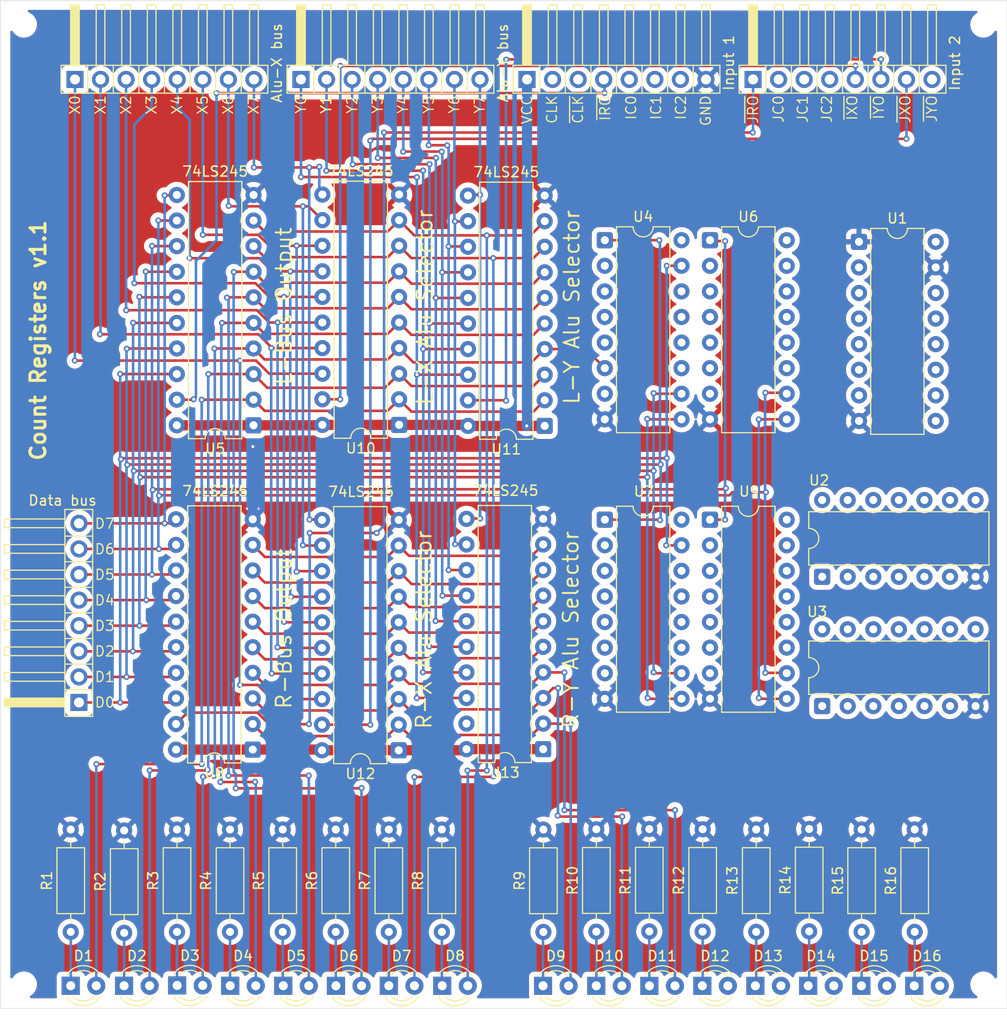
<source format=kicad_pcb>
(kicad_pcb (version 20241229) (generator "pcbnew") (generator_version "9.0")
  (layers (0 "F.Cu" signal) (2 "B.Cu" signal) (13 "F.Paste" user) (15 "B.Paste" user) (5 "F.SilkS" user "F.Silkscreen") (7 "B.SilkS" user "B.Silkscreen") (1 "F.Mask" user) (3 "B.Mask" user) (25 "Edge.Cuts" user))
  (net 0 "")
  (net 1 "/Alu selector I-X/Q0")
  (net 2 "/Alu selector I-X/Q1")
  (net 3 "/Alu selector I-X/Q2")
  (net 4 "/Alu selector I-X/Q3")
  (net 5 "/Alu selector I-X/Q4")
  (net 6 "/Alu selector I-X/Q5")
  (net 7 "/Alu selector I-X/Q6")
  (net 8 "/Alu selector I-X/Q7")
  (net 9 "/Alu selector J-X/Q0")
  (net 10 "/Alu selector J-X/Q1")
  (net 11 "/Alu selector J-X/Q2")
  (net 12 "/Alu selector J-X/Q3")
  (net 13 "/Alu selector J-X/Q4")
  (net 14 "/Alu selector J-X/Q5")
  (net 15 "/Alu selector J-X/Q6")
  (net 16 "/Alu selector J-X/Q7")
  (net 17 "/D5")
  (net 18 "/D1")
  (net 19 "/D4")
  (net 20 "/D0")
  (net 21 "/D3")
  (net 22 "/D6")
  (net 23 "/D7")
  (net 24 "/D2")
  (net 25 "/X4")
  (net 26 "/X2")
  (net 27 "/X0")
  (net 28 "/X6")
  (net 29 "/X7")
  (net 30 "/X3")
  (net 31 "/X1")
  (net 32 "/X5")
  (net 33 "/Y2")
  (net 34 "/Y5")
  (net 35 "/Y4")
  (net 36 "/Y3")
  (net 37 "/Y0")
  (net 38 "/Y1")
  (net 39 "/Y7")
  (net 40 "/Y6")
  (net 41 "/CLK")
  (net 42 "/VCC")
  (net 43 "/IC1")
  (net 44 "/~{IRO}")
  (net 45 "/IC2")
  (net 46 "/IC0")
  (net 47 "/GND")
  (net 48 "/~{CLK}")
  (net 49 "/~{IYO}")
  (net 50 "/~{JRO}")
  (net 51 "/JC1")
  (net 52 "/~{IXO}")
  (net 53 "/JC0")
  (net 54 "/JC2")
  (net 55 "/~{JXO}")
  (net 56 "/~{JYO}")
  (net 57 "Net-(D1-K)")
  (net 58 "Net-(D2-K)")
  (net 59 "Net-(D3-K)")
  (net 60 "Net-(D4-K)")
  (net 61 "Net-(D5-K)")
  (net 62 "Net-(D6-K)")
  (net 63 "Net-(D7-K)")
  (net 64 "Net-(D8-K)")
  (net 65 "Net-(D9-K)")
  (net 66 "Net-(D10-K)")
  (net 67 "Net-(D11-K)")
  (net 68 "Net-(D12-K)")
  (net 69 "Net-(D13-K)")
  (net 70 "Net-(D14-K)")
  (net 71 "Net-(D15-K)")
  (net 72 "Net-(D16-K)")
  (net 73 "Net-(U1A-O1)")
  (net 74 "Net-(U1B-O1)")
  (net 75 "Net-(U1A-O2)")
  (net 77 "Net-(U1B-O2)")
  (net 79 "/Count register I/~{WE}")
  (net 80 "/Count register J/~{WE}")
  (net 81 "Net-(U2-Pad8)")
  (net 82 "Net-(U2-Pad4)")
  (net 83 "/Count register J/UP")
  (net 84 "/Count register I/UP")
  (net 85 "/Count register I/DOWN")
  (net 86 "/Count register J/DOWN")
  (net 87 "Net-(U2-Pad10)")
  (net 88 "Net-(U2-Pad2)")
  (net 89 "Net-(U4-~{BO})")
  (net 90 "Net-(U4-~{CO})")
  (net 93 "Net-(U7-~{BO})")
  (net 94 "Net-(U7-~{CO})")
  (footprint "LED_THT:LED_D3.0mm" (layer "F.Cu") (at 105.005 127.765)
    (property "Reference" "D13")
    (property "Value" "RED")
  )
  (footprint "Custom:PinHeader_1x08_P2.54mm_Horizontal" (layer "F.Cu") (at 37.419357 40.553655 90)
    (property "Reference" "J2" (hide yes))
    (property "Value" "Alu-X bus")
  )
  (footprint "MountingHole:MountingHole_2.1mm" (layer "F.Cu") (at 127.65 127.64)
    (property "Reference" "REF**" (hide yes))
    (property "Value" "MountingHole_2.1mm" (hide yes))
  )
  (footprint "Resistor_THT:R_Axial_DIN0207_L6.3mm_D2.5mm_P10.16mm_Horizontal" (layer "F.Cu") (at 52.824098 122.414678 90)
    (property "Reference" "R4")
    (property "Value" "220")
  )
  (footprint "LED_THT:LED_D3.0mm" (layer "F.Cu") (at 110.255 127.765)
    (property "Reference" "D14")
    (property "Value" "RED")
  )
  (footprint "MountingHole:MountingHole_2.1mm" (layer "F.Cu") (at 32.35 127.64)
    (property "Reference" "REF**" (hide yes))
    (property "Value" "MountingHole_2.1mm" (hide yes))
  )
  (footprint "Package_DIP:DIP-16_W7.62mm" (layer "F.Cu") (at 90.05 53.76)
    (property "Reference" "U4")
    (property "Value" "74LS193")
  )
  (footprint "Package_DIP:DIP-16_W7.62mm" (layer "F.Cu") (at 115.3 53.92)
    (property "Reference" "U1")
    (property "Value" "74LS139")
  )
  (footprint "Resistor_THT:R_Axial_DIN0207_L6.3mm_D2.5mm_P10.16mm_Horizontal" (layer "F.Cu") (at 89.21 122.39 90)
    (property "Reference" "R10")
    (property "Value" "220")
  )
  (footprint "LED_THT:LED_D3.0mm" (layer "F.Cu") (at 73.9 127.76)
    (property "Reference" "D8")
    (property "Value" "RED")
  )
  (footprint "Resistor_THT:R_Axial_DIN0207_L6.3mm_D2.5mm_P10.16mm_Horizontal" (layer "F.Cu") (at 94.47 122.37 90)
    (property "Reference" "R11")
    (property "Value" "220")
  )
  (footprint "Resistor_THT:R_Axial_DIN0207_L6.3mm_D2.5mm_P10.16mm_Horizontal" (layer "F.Cu") (at 37.0025 122.414678 90)
    (property "Reference" "R1")
    (property "Value" "220")
  )
  (footprint "MountingHole:MountingHole_2.1mm" (layer "F.Cu") (at 32.35 32.36)
    (property "Reference" "REF**" (hide yes))
    (property "Value" "MountingHole_2.1mm" (hide yes))
  )
  (footprint "LED_THT:LED_D3.0mm" (layer "F.Cu") (at 99.735 127.765)
    (property "Reference" "D12")
    (property "Value" "RED")
  )
  (footprint "Resistor_THT:R_Axial_DIN0207_L6.3mm_D2.5mm_P10.16mm_Horizontal" (layer "F.Cu") (at 73.865283 122.414678 90)
    (property "Reference" "R8")
    (property "Value" "220")
  )
  (footprint "LED_THT:LED_D3.0mm" (layer "F.Cu") (at 63.345 127.765)
    (property "Reference" "D6")
    (property "Value" "RED")
  )
  (footprint "LED_THT:LED_D3.0mm" (layer "F.Cu") (at 52.84 127.76)
    (property "Reference" "D4")
    (property "Value" "RED")
  )
  (footprint "Resistor_THT:R_Axial_DIN0207_L6.3mm_D2.5mm_P10.16mm_Horizontal" (layer "F.Cu") (at 58.05867 122.414678 90)
    (property "Reference" "R5")
    (property "Value" "220")
  )
  (footprint "LED_THT:LED_D3.0mm" (layer "F.Cu") (at 68.6 127.76)
    (property "Reference" "D7")
    (property "Value" "RED")
  )
  (footprint "LED_THT:LED_D3.0mm" (layer "F.Cu") (at 37 127.76)
    (property "Reference" "D1")
    (property "Value" "RED")
  )
  (footprint "LED_THT:LED_D3.0mm" (layer "F.Cu") (at 47.57 127.73)
    (property "Reference" "D3")
    (property "Value" "RED")
  )
  (footprint "MountingHole:MountingHole_2.1mm" (layer "F.Cu") (at 127.65 32.36)
    (property "Reference" "REF**" (hide yes))
    (property "Value" "MountingHole_2.1mm" (hide yes))
  )
  (footprint "Package_DIP:DIP-20_W7.62mm" (layer "F.Cu") (at 83.93 104.28 180)
    (property "Reference" "U13")
    (property "Value" "74LS245")
  )
  (footprint "Package_DIP:DIP-14_W7.62mm" (layer "F.Cu") (at 111.64 87.17 90)
    (property "Reference" "U2")
    (property "Value" "74LS04")
  )
  (footprint "Package_DIP:DIP-14_W7.62mm" (layer "F.Cu") (at 111.64 100 90)
    (property "Reference" "U3")
    (property "Value" "74LS08")
  )
  (footprint "Package_DIP:DIP-20_W7.62mm" (layer "F.Cu") (at 84.08 72.19 180)
    (property "Reference" "U11")
    (property "Value" "74LS245")
  )
  (footprint "Custom:PinHeader_1x08_P2.54mm_Horizontal" (layer "F.Cu") (at 82.322898 40.553655 90)
    (property "Reference" "J4" (hide yes))
    (property "Value" "Input 1")
  )
  (footprint "Resistor_THT:R_Axial_DIN0207_L6.3mm_D2.5mm_P10.16mm_Horizontal" (layer "F.Cu") (at 42.31 122.51 90)
    (property "Reference" "R2")
    (property "Value" "220")
  )
  (footprint "LED_THT:LED_D3.0mm" (layer "F.Cu") (at 120.785 127.765)
    (property "Reference" "D16")
    (property "Value" "RED")
  )
  (footprint "LED_THT:LED_D3.0mm" (layer "F.Cu") (at 115.535 127.765)
    (property "Reference" "D15")
    (property "Value" "RED")
  )
  (footprint "Resistor_THT:R_Axial_DIN0207_L6.3mm_D2.5mm_P10.16mm_Horizontal" (layer "F.Cu") (at 68.598685 122.414678 90)
    (property "Reference" "R7")
    (property "Value" "220")
  )
  (footprint "Resistor_THT:R_Axial_DIN0207_L6.3mm_D2.5mm_P10.16mm_Horizontal" (layer "F.Cu") (at 83.95 122.42 90)
    (property "Reference" "R9")
    (property "Value" "220")
  )
  (footprint "LED_THT:LED_D3.0mm" (layer "F.Cu") (at 42.3 127.76)
    (property "Reference" "D2")
    (property "Value" "RED")
  )
  (footprint "Resistor_THT:R_Axial_DIN0207_L6.3mm_D2.5mm_P10.16mm_Horizontal" (layer "F.Cu") (at 63.325268 122.414678 90)
    (property "Reference" "R6")
    (property "Value" "220")
  )
  (footprint "Package_DIP:DIP-16_W7.62mm" (layer "F.Cu") (at 90.05 81.5)
    (property "Reference" "U7")
    (property "Value" "74LS193")
  )
  (footprint "Package_DIP:DIP-16_W7.62mm" (layer "F.Cu") (at 100.5 81.5)
    (property "Reference" "U9")
    (property "Value" "74LS193")
  )
  (footprint "Custom:PinHeader_1x08_P2.54mm_Horizontal" (layer "F.Cu") (at 104.774669 40.553655 90)
    (property "Reference" "J5" (hide yes))
    (property "Value" "Input 2")
  )
  (footprint "Resistor_THT:R_Axial_DIN0207_L6.3mm_D2.5mm_P10.16mm_Horizontal" (layer "F.Cu") (at 105.09 122.41 90)
    (property "Reference" "R13")
    (property "Value" "220")
  )
  (footprint "Package_DIP:DIP-16_W7.62mm" (layer "F.Cu") (at 100.5 53.76)
    (property "Reference" "U6")
    (property "Value" "74LS193")
  )
  (footprint "Package_DIP:DIP-20_W7.62mm" (layer "F.Cu") (at 55.08 104.32 180)
    (property "Reference" "U8")
    (property "Value" "74LS245")
  )
  (footprint "LED_THT:LED_D3.0mm" (layer "F.Cu") (at 58.11 127.76)
    (property "Reference" "D5")
    (property "Value" "RED")
  )
  (footprint "LED_THT:LED_D3.0mm" (layer "F.Cu") (at 94.48 127.77)
    (property "Reference" "D11")
    (property "Value" "RED")
  )
  (footprint "Resistor_THT:R_Axial_DIN0207_L6.3mm_D2.5mm_P10.16mm_Horizontal" (layer "F.Cu") (at 120.83 122.41 90)
    (property "Reference" "R16")
    (property "Value" "220")
  )
  (footprint "Custom:PinHeader_1x08_P2.54mm_Horizontal" (layer "F.Cu") (at 40.570239 99.643855 180)
    (property "Reference" "J1" (hide yes))
    (property "Value" "Data bus")
  )
  (footprint "Package_DIP:DIP-20_W7.62mm" (layer "F.Cu") (at 69.62 72.09 180)
    (property "Reference" "U10")
    (property "Value" "74LS245")
  )
  (footprint "Resistor_THT:R_Axial_DIN0207_L6.3mm_D2.5mm_P10.16mm_Horizontal" (layer "F.Cu") (at 110.35 122.36 90)
    (property "Reference" "R14")
    (property "Value" "220")
  )
  (footprint "Package_DIP:DIP-20_W7.62mm" (layer "F.Cu") (at 69.58 104.39 180)
    (property "Reference" "U12")
    (property "Value" "74LS245")
  )
  (footprint "Resistor_THT:R_Axial_DIN0207_L6.3mm_D2.5mm_P10.16mm_Horizontal" (layer "F.Cu") (at 47.5575 122.414678 90)
    (property "Reference" "R3")
    (property "Value" "220")
  )
  (footprint "Resistor_THT:R_Axial_DIN0207_L6.3mm_D2.5mm_P10.16mm_Horizontal" (layer "F.Cu") (at 99.77 122.39 90)
    (property "Reference" "R12")
    (property "Value" "220")
  )
  (footprint "LED_THT:LED_D3.0mm" (layer "F.Cu") (at 83.915 127.765)
    (property "Reference" "D9")
    (property "Value" "RED")
  )
  (footprint "LED_THT:LED_D3.0mm" (layer "F.Cu") (at 89.205 127.765)
    (property "Reference" "D10")
    (property "Value" "RED")
  )
  (footprint "Resistor_THT:R_Axial_DIN0207_L6.3mm_D2.5mm_P10.16mm_Horizontal" (layer "F.Cu") (at 115.56 122.41 90)
    (property "Reference" "R15")
    (property "Value" "220")
  )
  (footprint "Package_DIP:DIP-20_W7.62mm" (layer "F.Cu") (at 55.16 72.13 180)
    (property "Reference" "U5")
    (property "Value" "74LS245")
  )
  (footprint "Custom:PinHeader_1x08_P2.54mm_Horizontal" (layer "F.Cu") (at 59.871128 40.553655 90)
    (property "Reference" "J3" (hide yes))
    (property "Value" "Alu-Y bus")
  )
  (gr_rect (start 30 30) (end 130 130) (stroke (width 0.05)) (fill no) (layer "Edge.Cuts"))
  (gr_text "R-Bus Output" (at 59.05 100.407145 90) (layer "F.SilkS") (effects (font (size 1.5 1.5) (thickness 0.1875)) (justify left bottom)))
  (gr_text "R-X Alu Selector" (at 72.95 102.4 90) (layer "F.SilkS") (effects (font (size 1.5 1.5) (thickness 0.1875)) (justify left bottom)))
  (gr_text "R-Y Alu Selector" (at 87.55 102.328571 90) (layer "F.SilkS") (effects (font (size 1.5 1.5) (thickness 0.1875)) (justify left bottom)))
  (gr_text "L-Bus Output" (at 59.05 68.257145 90) (layer "F.SilkS") (effects (font (size 1.5 1.5) (thickness 0.1875)) (justify left bottom)))
  (gr_text "L-X Alu Selector" (at 73.05 70.25 90) (layer "F.SilkS") (effects (font (size 1.5 1.5) (thickness 0.1875)) (justify left bottom)))
  (gr_text "Count Registers v1.1" (at 34.64 75.8 90) (layer "F.SilkS") (effects (font (size 1.5 1.5) (thickness 0.3) (bold yes)) (justify left bottom)))
  (gr_text "L-Y Alu Selector" (at 87.65 70.178571 90) (layer "F.SilkS") (effects (font (size 1.5 1.5) (thickness 0.1875)) (justify left bottom)))
  (segment (start 69.62 69.55) (end 70.848 70.778) (width 0.254) (layer "F.Cu") (net 1))
  (segment (start 50.02 105.76) (end 39.56 105.76) (width 0.254) (layer "F.Cu") (net 1))
  (segment (start 70.848 70.778) (end 82.952 70.778) (width 0.254) (layer "F.Cu") (net 1))
  (segment (start 55.16 69.59) (end 50.02 69.59) (width 0.254) (layer "F.Cu") (net 1))
  (segment (start 68.47 70.7) (end 69.62 69.55) (width 0.254) (layer "F.Cu") (net 1))
  (segment (start 55.16 69.59) (end 56.27 70.7) (width 0.254) (layer "F.Cu") (net 1))
  (segment (start 82.952 70.778) (end 84.08 69.65) (width 0.254) (layer "F.Cu") (net 1))
  (segment (start 56.27 70.7) (end 68.47 70.7) (width 0.254) (layer "F.Cu") (net 1))
  (segment (start 50.02 69.59) (end 50.01 69.6) (width 0.254) (layer "F.Cu") (net 1))
  (via (at 39.56 105.76) (size 0.6) (drill 0.3) (layers "F.Cu" "B.Cu") (net 1))
  (via (at 50.01 69.6) (size 0.6) (drill 0.3) (layers "F.Cu" "B.Cu") (net 1))
  (via (at 50.02 105.76) (size 0.6) (drill 0.3) (layers "F.Cu" "B.Cu") (net 1))
  (segment (start 50.01 105.75) (end 50.01 69.6) (width 0.254) (layer "B.Cu") (net 1))
  (segment (start 39.56 105.76) (end 39.54 105.78) (width 0.254) (layer "B.Cu") (net 1))
  (segment (start 50.02 105.76) (end 50.01 105.75) (width 0.254) (layer "B.Cu") (net 1))
  (segment (start 39.54 105.78) (end 39.54 127.76) (width 0.254) (layer "B.Cu") (net 1))
  (segment (start 50.589662 106.310338) (end 50.512 106.388) (width 0.254) (layer "F.Cu") (net 2))
  (segment (start 50.512 106.388) (end 44.851 106.388) (width 0.254) (layer "F.Cu") (net 2))
  (segment (start 55.16 67.05) (end 56.52 68.41) (width 0.254) (layer "F.Cu") (net 2))
  (segment (start 82.952 68.238) (end 84.08 67.11) (width 0.254) (layer "F.Cu") (net 2))
  (segment (start 56.52 68.41) (end 68.22 68.41) (width 0.254) (layer "F.Cu") (net 2))
  (segment (start 70.848 68.238) (end 82.952 68.238) (width 0.254) (layer "F.Cu") (net 2))
  (segment (start 50.67 67.05) (end 55.16 67.05) (width 0.254) (layer "F.Cu") (net 2))
  (segment (start 69.62 67.01) (end 70.848 68.238) (width 0.254) (layer "F.Cu") (net 2))
  (segment (start 68.22 68.41) (end 69.62 67.01) (width 0.254) (layer "F.Cu") (net 2))
  (segment (start 50.600631 106.310338) (end 50.589662 106.310338) (width 0.254) (layer "F.Cu") (net 2))
  (segment (start 44.851 106.388) (end 44.85 106.387) (width 0.254) (layer "F.Cu") (net 2))
  (via (at 50.600631 106.310338) (size 0.6) (drill 0.3) (layers "F.Cu" "B.Cu") (net 2))
  (via (at 44.85 106.387) (size 0.6) (drill 0.3) (layers "F.Cu" "B.Cu") (net 2))
  (via (at 50.67 67.05) (size 0.6) (drill 0.3) (layers "F.Cu" "B.Cu") (net 2))
  (segment (start 50.67 67.19) (end 50.66 67.2) (width 0.254) (layer "B.Cu") (net 2))
  (segment (start 50.67 67.05) (end 50.67 67.19) (width 0.254) (layer "B.Cu") (net 2))
  (segment (start 44.85 106.387) (end 44.84 106.397) (width 0.254) (layer "B.Cu") (net 2))
  (segment (start 50.66 67.2) (end 50.66 106.250969) (width 0.254) (layer "B.Cu") (net 2))
  (segment (start 50.66 106.250969) (end 50.600631 106.310338) (width 0.254) (layer "B.Cu") (net 2))
  (segment (start 44.84 106.397) (end 44.84 127.76) (width 0.254) (layer "B.Cu") (net 2))
  (segment (start 82.76 65.89) (end 84.08 64.57) (width 0.254) (layer "F.Cu") (net 3))
  (segment (start 69.62 64.47) (end 71.04 65.89) (width 0.254) (layer "F.Cu") (net 3))
  (segment (start 68.492 65.598) (end 69.62 64.47) (width 0.254) (layer "F.Cu") (net 3))
  (segment (start 88.16 64.57) (end 90.05 66.46) (width 0.254) (layer "F.Cu") (net 3))
  (segment (start 51.21 106.93) (end 51.125 107.015) (width 0.254) (layer "F.Cu") (net 3))
  (segment (start 55.16 64.51) (end 51.28 64.51) (width 0.254) (layer "F.Cu") (net 3))
  (segment (start 71.04 65.89) (end 82.76 65.89) (width 0.254) (layer "F.Cu") (net 3))
  (segment (start 56.248 65.598) (end 68.492 65.598) (width 0.254) (layer "F.Cu") (net 3))
  (segment (start 51.28 64.51) (end 51.27 64.52) (width 0.254) (layer "F.Cu") (net 3))
  (segment (start 84.08 64.57) (end 88.16 64.57) (width 0.254) (layer "F.Cu") (net 3))
  (segment (start 55.16 64.51) (end 56.248 65.598) (width 0.254) (layer "F.Cu") (net 3))
  (segment (start 51.125 107.015) (end 50.14 107.015) (width 0.254) (layer "F.Cu") (net 3))
  (via (at 50.14 107.015) (size 0.6) (drill 0.3) (layers "F.Cu" "B.Cu") (net 3))
  (via (at 51.21 106.93) (size 0.6) (drill 0.3) (layers "F.Cu" "B.Cu") (net 3))
  (via (at 51.27 64.52) (size 0.6) (drill 0.3) (layers "F.Cu" "B.Cu") (net 3))
  (segment (start 51.31 64.56) (end 51.27 64.52) (width 0.254) (layer "B.Cu") (net 3))
  (segment (start 51.21 106.93) (end 51.31 106.83) (width 0.254) (layer "B.Cu") (net 3))
  (segment (start 51.31 106.83) (end 51.31 64.56) (width 0.254) (layer "B.Cu") (net 3))
  (segment (start 50.14 107.015) (end 50.11 107.045) (width 0.254) (layer "B.Cu") (net 3))
  (segment (start 50.11 107.045) (end 50.11 127.73) (width 0.254) (layer "B.Cu") (net 3))
  (segment (start 55.16 61.97) (end 56.248 63.058) (width 0.254) (layer "F.Cu") (net 4))
  (segment (start 70.848 63.158) (end 82.952 63.158) (width 0.254) (layer "F.Cu") (net 4))
  (segment (start 51.87 107.54) (end 55.29 107.54) (width 0.254) (layer "F.Cu") (net 4))
  (segment (start 68.492 63.058) (end 69.62 61.93) (width 0.254) (layer "F.Cu") (net 4))
  (segment (start 52.03 61.97) (end 55.16 61.97) (width 0.254) (layer "F.Cu") (net 4))
  (segment (start 82.952 63.158) (end 84.08 62.03) (width 0.254) (layer "F.Cu") (net 4))
  (segment (start 56.248 63.058) (end 68.492 63.058) (width 0.254) (layer "F.Cu") (net 4))
  (segment (start 69.62 61.93) (end 70.848 63.158) (width 0.254) (layer "F.Cu") (net 4))
  (segment (start 55.29 107.54) (end 55.31 107.52) (width 0.254) (layer "F.Cu") (net 4))
  (via (at 51.87 107.54) (size 0.6) (drill 0.3) (layers "F.Cu" "B.Cu") (net 4))
  (via (at 55.31 107.52) (size 0.6) (drill 0.3) (layers "F.Cu" "B.Cu") (net 4))
  (via (at 52.03 61.97) (size 0.6) (drill 0.3) (layers "F.Cu" "B.Cu") (net 4))
  (segment (start 55.38 107.59) (end 55.38 127.76) (width 0.254) (layer "B.Cu") (net 4))
  (segment (start 51.96 107.45) (end 51.87 107.54) (width 0.254) (layer "B.Cu") (net 4))
  (segment (start 51.96 62.08) (end 51.96 107.45) (width 0.254) (layer "B.Cu") (net 4))
  (segment (start 55.31 107.52) (end 55.38 107.59) (width 0.254) (layer "B.Cu") (net 4))
  (segment (start 52.03 62.01) (end 51.96 62.08) (width 0.254) (layer "B.Cu") (net 4))
  (segment (start 52.03 61.97) (end 52.03 62.01) (width 0.254) (layer "B.Cu") (net 4))
  (segment (start 70.848 60.618) (end 82.952 60.618) (width 0.254) (layer "F.Cu") (net 5))
  (segment (start 56.248 60.518) (end 68.492 60.518) (width 0.254) (layer "F.Cu") (net 5))
  (segment (start 60.632 106.892) (end 60.64 106.9) (width 0.254) (layer "F.Cu") (net 5))
  (segment (start 55.16 59.43) (end 52.55 59.43) (width 0.254) (layer "F.Cu") (net 5))
  (segment (start 82.952 60.618) (end 84.08 59.49) (width 0.254) (layer "F.Cu") (net 5))
  (segment (start 52.691 106.892) (end 60.632 106.892) (width 0.254) (layer "F.Cu") (net 5))
  (segment (start 69.62 59.39) (end 70.848 60.618) (width 0.254) (layer "F.Cu") (net 5))
  (segment (start 68.492 60.518) (end 69.62 59.39) (width 0.254) (layer "F.Cu") (net 5))
  (segment (start 52.55 59.43) (end 52.52 59.46) (width 0.254) (layer "F.Cu") (net 5))
  (segment (start 55.16 59.43) (end 56.248 60.518) (width 0.254) (layer "F.Cu") (net 5))
  (segment (start 52.67 106.913) (end 52.691 106.892) (width 0.254) (layer "F.Cu") (net 5))
  (via (at 60.64 106.9) (size 0.6) (drill 0.3) (layers "F.Cu" "B.Cu") (net 5))
  (via (at 52.52 59.46) (size 0.6) (drill 0.3) (layers "F.Cu" "B.Cu") (net 5))
  (via (at 52.67 106.913) (size 0.6) (drill 0.3) (layers "F.Cu" "B.Cu") (net 5))
  (segment (start 52.68 106.903) (end 52.67 106.913) (width 0.254) (layer "B.Cu") (net 5))
  (segment (start 52.68 59.62) (end 52.68 106.903) (width 0.254) (layer "B.Cu") (net 5))
  (segment (start 60.64 106.9) (end 60.65 106.91) (width 0.254) (layer "B.Cu") (net 5))
  (segment (start 60.65 106.91) (end 60.65 127.76) (width 0.254) (layer "B.Cu") (net 5))
  (segment (start 52.52 59.46) (end 52.68 59.62) (width 0.254) (layer "B.Cu") (net 5))
  (segment (start 69.62 56.85) (end 70.848 58.078) (width 0.254) (layer "F.Cu") (net 6))
  (segment (start 82.952 58.078) (end 84.08 56.95) (width 0.254) (layer "F.Cu") (net 6))
  (segment (start 55.16 56.89) (end 53.23 56.89) (width 0.254) (layer "F.Cu") (net 6))
  (segment (start 65.863 108.167) (end 65.89 108.14) (width 0.254) (layer "F.Cu") (net 6))
  (segment (start 53.23 56.89) (end 53.2 56.92) (width 0.254) (layer "F.Cu") (net 6))
  (segment (start 53.4 108.167) (end 65.863 108.167) (width 0.254) (layer "F.Cu") (net 6))
  (segment (start 70.848 58.078) (end 82.952 58.078) (width 0.254) (layer "F.Cu") (net 6))
  (segment (start 55.16 56.89) (end 56.248 57.978) (width 0.254) (layer "F.Cu") (net 6))
  (segment (start 56.248 57.978) (end 68.492 57.978) (width 0.254) (layer "F.Cu") (net 6))
  (segment (start 68.492 57.978) (end 69.62 56.85) (width 0.254) (layer "F.Cu") (net 6))
  (via (at 53.4 108.167) (size 0.6) (drill 0.3) (layers "F.Cu" "B.Cu") (net 6))
  (via (at 53.2 56.92) (size 0.6) (drill 0.3) (layers "F.Cu" "B.Cu") (net 6))
  (via (at 65.89 108.14) (size 0.6) (drill 0.3) (layers "F.Cu" "B.Cu") (net 6))
  (segment (start 65.89 108.14) (end 65.885 108.145) (width 0.254) (layer "B.Cu") (net 6))
  (segment (start 53.2 56.92) (end 53.182 56.938) (width 0.254) (layer "B.Cu") (net 6))
  (segment (start 53.4 106.754873) (end 53.4 108.167) (width 0.254) (layer "B.Cu") (net 6))
  (segment (start 65.885 108.145) (end 65.885 127.765) (width 0.254) (layer "B.Cu") (net 6))
  (segment (start 53.182 106.536873) (end 53.4 106.754873) (width 0.254) (layer "B.Cu") (net 6))
  (segment (start 53.182 56.938) (end 53.182 106.536873) (width 0.254) (layer "B.Cu") (net 6))
  (segment (start 56.248 55.438) (end 68.492 55.438) (width 0.254) (layer "F.Cu") (net 7))
  (segment (start 82.952 55.538) (end 84.08 54.41) (width 0.254) (layer "F.Cu") (net 7))
  (segment (start 71.14 107.05) (end 71.196 107.05) (width 0.254) (layer "F.Cu") (net 7))
  (segment (start 69.62 54.31) (end 70.848 55.538) (width 0.254) (layer "F.Cu") (net 7))
  (segment (start 78.932 107.028) (end 78.98 106.98) (width 0.254) (layer "F.Cu") (net 7))
  (segment (start 71.218 107.028) (end 78.932 107.028) (width 0.254) (layer "F.Cu") (net 7))
  (segment (start 70.848 55.538) (end 78.97 55.538) (width 0.254) (layer "F.Cu") (net 7))
  (segment (start 71.196 107.05) (end 71.218 107.028) (width 0.254) (layer "F.Cu") (net 7))
  (segment (start 78.97 55.538) (end 82.952 55.538) (width 0.254) (layer "F.Cu") (net 7))
  (segment (start 68.492 55.438) (end 69.62 54.31) (width 0.254) (layer "F.Cu") (net 7))
  (segment (start 55.16 54.35) (end 56.248 55.438) (width 0.254) (layer "F.Cu") (net 7))
  (via (at 78.98 106.98) (size 0.6) (drill 0.3) (layers "F.Cu" "B.Cu") (net 7))
  (via (at 78.97 55.538) (size 0.6) (drill 0.3) (layers "F.Cu" "B.Cu") (net 7))
  (via (at 71.14 107.05) (size 0.6) (drill 0.3) (layers "F.Cu" "B.Cu") (net 7))
  (segment (start 78.98 106.98) (end 78.98 55.548) (width 0.254) (layer "B.Cu") (net 7))
  (segment (start 71.14 107.05) (end 71.14 127.76) (width 0.254) (layer "B.Cu") (net 7))
  (segment (start 78.98 55.548) (end 78.97 55.538) (width 0.254) (layer "B.Cu") (net 7))
  (segment (start 69.62 51.77) (end 71.132 53.282) (width 0.254) (layer "F.Cu") (net 8))
  (segment (start 71.132 53.282) (end 78.33 53.282) (width 0.254) (layer "F.Cu") (net 8))
  (segment (start 68.492 52.898) (end 69.62 51.77) (width 0.254) (layer "F.Cu") (net 8))
  (segment (start 76.41 106.4) (end 78.33 106.4) (width 0.254) (layer "F.Cu") (net 8))
  (segment (start 55.16 51.81) (end 56.248 52.898) (width 0.254) (layer "F.Cu") (net 8))
  (segment (start 56.248 52.898) (end 68.492 52.898) (width 0.254) (layer "F.Cu") (net 8))
  (segment (start 78.33 53.282) (end 82.668 53.282) (width 0.254) (layer "F.Cu") (net 8))
  (segment (start 82.668 53.282) (end 84.08 51.87) (width 0.254) (layer "F.Cu") (net 8))
  (via (at 78.33 106.4) (size 0.6) (drill 0.3) (layers "F.Cu" "B.Cu") (net 8))
  (via (at 76.41 106.4) (size 0.6) (drill 0.3) (layers "F.Cu" "B.Cu") (net 8))
  (via (at 78.33 53.282) (size 0.6) (drill 0.3) (layers "F.Cu" "B.Cu") (net 8))
  (segment (start 78.33 106.4) (end 78.33 53.282) (width 0.254) (layer "B.Cu") (net 8))
  (segment (start 76.44 106.43) (end 76.41 106.4) (width 0.254) (layer "B.Cu") (net 8))
  (segment (start 76.44 127.76) (end 76.44 106.43) (width 0.254) (layer "B.Cu") (net 8))
  (segment (start 85.41 101.77) (end 86.654 101.77) (width 0.254) (layer "F.Cu") (net 9))
  (segment (start 56.278 102.978) (end 68.452 102.978) (width 0.254) (layer "F.Cu") (net 9))
  (segment (start 69.58 101.85) (end 70.598 102.868) (width 0.254) (layer "F.Cu") (net 9))
  (segment (start 85.38 101.74) (end 85.41 101.77) (width 0.254) (layer "F.Cu") (net 9))
  (segment (start 70.598 102.868) (end 82.802 102.868) (width 0.254) (layer "F.Cu") (net 9))
  (segment (start 55.08 101.78) (end 56.278 102.978) (width 0.254) (layer "F.Cu") (net 9))
  (segment (start 82.802 102.868) (end 83.93 101.74) (width 0.254) (layer "F.Cu") (net 9))
  (segment (start 83.93 101.74) (end 85.38 101.74) (width 0.254) (layer "F.Cu") (net 9))
  (segment (start 68.452 102.978) (end 69.58 101.85) (width 0.254) (layer "F.Cu") (net 9))
  (segment (start 86.654 101.77) (end 86.664 101.78) (width 0.254) (layer "F.Cu") (net 9))
  (via (at 86.664 101.78) (size 0.6) (drill 0.3) (layers "F.Cu" "B.Cu") (net 9))
  (segment (start 86.455 127.765) (end 86.664 127.556) (width 0.254) (layer "B.Cu") (net 9))
  (segment (start 86.664 127.556) (end 86.664 101.78) (width 0.254) (layer "B.Cu") (net 9))
  (segment (start 84.918 98.212) (end 85.4 98.212) (width 0.254) (layer "F.Cu") (net 10))
  (segment (start 82.802 100.328) (end 83.93 99.2) (width 0.254) (layer "F.Cu") (net 10))
  (segment (start 68.452 100.438) (end 69.58 99.31) (width 0.254) (layer "F.Cu") (net 10))
  (segment (start 85.37 110.87) (end 85.47 110.97) (width 0.254) (layer "F.Cu") (net 10))
  (segment (start 56.278 100.438) (end 68.452 100.438) (width 0.254) (layer "F.Cu") (net 10))
  (segment (start 69.58 99.31) (end 70.598 100.328) (width 0.254) (layer "F.Cu") (net 10))
  (segment (start 55.08 99.24) (end 56.278 100.438) (width 0.254) (layer "F.Cu") (net 10))
  (segment (start 83.93 99.2) (end 84.918 98.212) (width 0.254) (layer "F.Cu") (net 10))
  (segment (start 70.598 100.328) (end 82.802 100.328) (width 0.254) (layer "F.Cu") (net 10))
  (segment (start 85.47 110.97) (end 91.78 110.97) (width 0.254) (layer "F.Cu") (net 10))
  (via (at 91.78 110.97) (size 0.6) (drill 0.3) (layers "F.Cu" "B.Cu") (net 10))
  (via (at 85.4 98.212) (size 0.6) (drill 0.3) (layers "F.Cu" "B.Cu") (net 10))
  (via (at 85.37 110.87) (size 0.6) (drill 0.3) (layers "F.Cu" "B.Cu") (net 10))
  (segment (start 85.4 110.84) (end 85.37 110.87) (width 0.254) (layer "B.Cu") (net 10))
  (segment (start 91.745 111.005) (end 91.745 127.765) (width 0.254) (layer "B.Cu") (net 10))
  (segment (start 91.78 110.97) (end 91.745 111.005) (width 0.254) (layer "B.Cu") (net 10))
  (segment (start 85.4 98.212) (end 85.4 110.84) (width 0.254) (layer "B.Cu") (net 10))
  (segment (start 68.452 97.898) (end 69.58 96.77) (width 0.254) (layer "F.Cu") (net 11))
  (segment (start 83.93 96.66) (end 86.027 96.66) (width 0.254) (layer "F.Cu") (net 11))
  (segment (start 82.8 97.79) (end 83.93 96.66) (width 0.254) (layer "F.Cu") (net 11))
  (segment (start 69.58 96.77) (end 70.6 97.79) (width 0.254) (layer "F.Cu") (net 11))
  (segment (start 55.08 96.7) (end 56.278 97.898) (width 0.254) (layer "F.Cu") (net 11))
  (segment (start 70.6 97.79) (end 82.8 97.79) (width 0.254) (layer "F.Cu") (net 11))
  (segment (start 56.278 97.898) (end 68.452 97.898) (width 0.254) (layer "F.Cu") (net 11))
  (segment (start 86.037 110.33) (end 97.02 110.33) (width 0.254) (layer "F.Cu") (net 11))
  (segment (start 86.027 96.66) (end 86.037 96.67) (width 0.254) (layer "F.Cu") (net 11))
  (via (at 97.02 110.33) (size 0.6) (drill 0.3) (layers "F.Cu" "B.Cu") (net 11))
  (via (at 86.037 96.67) (size 0.6) (drill 0.3) (layers "F.Cu" "B.Cu") (net 11))
  (via (at 86.037 110.33) (size 0.6) (drill 0.3) (layers "F.Cu" "B.Cu") (net 11))
  (segment (start 97.02 110.33) (end 97.02 127.77) (width 0.254) (layer "B.Cu") (net 11))
  (segment (start 86.037 96.67) (end 86.037 110.33) (width 0.254) (layer "B.Cu") (net 11))
  (segment (start 55.08 94.16) (end 56.278 95.358) (width 0.254) (layer "F.Cu") (net 12))
  (segment (start 69.58 94.23) (end 70.598 95.248) (width 0.254) (layer "F.Cu") (net 12))
  (segment (start 70.598 95.248) (end 82.802 95.248) (width 0.254) (layer "F.Cu") (net 12))
  (segment (start 56.278 95.358) (end 68.452 95.358) (width 0.254) (layer "F.Cu") (net 12))
  (segment (start 68.452 95.358) (end 69.58 94.23) (width 0.254) (layer "F.Cu") (net 12))
  (segment (start 82.802 95.248) (end 83.93 94.12) (width 0.254) (layer "F.Cu") (net 12))
  (segment (start 68.452 92.818) (end 69.58 91.69) (width 0.254) (layer "F.Cu") (net 13))
  (segment (start 70.598 92.708) (end 82.802 92.708) (width 0.254) (layer "F.Cu") (net 13))
  (segment (start 56.278 92.818) (end 68.452 92.818) (width 0.254) (layer "F.Cu") (net 13))
  (segment (start 55.08 91.62) (end 56.278 92.818) (width 0.254) (layer "F.Cu") (net 13))
  (segment (start 82.802 92.708) (end 83.93 91.58) (width 0.254) (layer "F.Cu") (net 13))
  (segment (start 69.58 91.69) (end 70.598 92.708) (width 0.254) (layer "F.Cu") (net 13))
  (segment (start 68.452 90.278) (end 69.58 89.15) (width 0.254) (layer "F.Cu") (net 14))
  (segment (start 56.278 90.278) (end 68.452 90.278) (width 0.254) (layer "F.Cu") (net 14))
  (segment (start 55.08 89.08) (end 56.278 90.278) (width 0.254) (layer "F.Cu") (net 14))
  (segment (start 70.598 90.168) (end 82.802 90.168) (width 0.254) (layer "F.Cu") (net 14))
  (segment (start 82.802 90.168) (end 83.93 89.04) (width 0.254) (layer "F.Cu") (net 14))
  (segment (start 69.58 89.15) (end 70.598 90.168) (width 0.254) (layer "F.Cu") (net 14))
  (segment (start 70.86 87.89) (end 82.54 87.89) (width 0.254) (layer "F.Cu") (net 15))
  (segment (start 82.54 87.89) (end 83.93 86.5) (width 0.254) (layer "F.Cu") (net 15))
  (segment (start 55.08 86.54) (end 56.278 87.738) (width 0.254) (layer "F.Cu") (net 15))
  (segment (start 56.278 87.738) (end 68.452 87.738) (width 0.254) (layer "F.Cu") (net 15))
  (segment (start 69.58 86.61) (end 70.86 87.89) (width 0.254) (layer "F.Cu") (net 15))
  (segment (start 68.452 87.738) (end 69.58 86.61) (width 0.254) (layer "F.Cu") (net 15))
  (segment (start 82.802 85.088) (end 83.93 83.96) (width 0.254) (layer "F.Cu") (net 16))
  (segment (start 55.08 84) (end 56.278 85.198) (width 0.254) (layer "F.Cu") (net 16))
  (segment (start 69.58 84.07) (end 70.598 85.088) (width 0.254) (layer "F.Cu") (net 16))
  (segment (start 56.278 85.198) (end 68.452 85.198) (width 0.254) (layer "F.Cu") (net 16))
  (segment (start 68.452 85.198) (end 69.58 84.07) (width 0.254) (layer "F.Cu") (net 16))
  (segment (start 70.598 85.088) (end 82.802 85.088) (width 0.254) (layer "F.Cu") (net 16))
  (segment (start 47.056145 86.943855) (end 47.46 86.54) (width 0.254) (layer "F.Cu") (net 17))
  (segment (start 102.075 78.427) (end 102.02 78.482) (width 0.254) (layer "F.Cu") (net 17))
  (segment (start 102.075 78.38) (end 102.075 78.427) (width 0.254) (layer "F.Cu") (net 17))
  (segment (start 45.08 86.943855) (end 37.820239 86.943855) (width 0.254) (layer "F.Cu") (net 17))
  (segment (start 100.59 53.85) (end 100.5 53.76) (width 0.254) (layer "F.Cu") (net 17))
  (segment (start 102 81.5) (end 100.5 81.5) (width 0.254) (layer "F.Cu") (net 17))
  (segment (start 45.209 78.482) (end 45.151 78.54) (width 0.254) (layer "F.Cu") (net 17))
  (segment (start 102.02 78.482) (end 45.209 78.482) (width 0.254) (layer "F.Cu") (net 17))
  (segment (start 45.08 86.943855) (end 47.056145 86.943855) (width 0.254) (layer "F.Cu") (net 17))
  (segment (start 45.096 54.35) (end 45.076 54.33) (width 0.254) (layer "F.Cu") (net 17))
  (segment (start 102 53.85) (end 100.59 53.85) (width 0.254) (layer "F.Cu") (net 17))
  (segment (start 47.54 54.35) (end 45.096 54.35) (width 0.254) (layer "F.Cu") (net 17))
  (via (at 102 53.85) (size 0.6) (drill 0.3) (layers "F.Cu" "B.Cu") (net 17))
  (via (at 45.151 78.54) (size 0.6) (drill 0.3) (layers "F.Cu" "B.Cu") (net 17))
  (via (at 102.075 78.38) (size 0.6) (drill 0.3) (layers "F.Cu" "B.Cu") (net 17))
  (via (at 102 81.5) (size 0.6) (drill 0.3) (layers "F.Cu" "B.Cu") (net 17))
  (via (at 45.08 86.943855) (size 0.6) (drill 0.3) (layers "F.Cu" "B.Cu") (net 17))
  (via (at 45.076 54.33) (size 0.6) (drill 0.3) (layers "F.Cu" "B.Cu") (net 17))
  (segment (start 45.076 86.939855) (end 45.08 86.943855) (width 0.254) (layer "B.Cu") (net 17))
  (segment (start 102 53.85) (end 102 81.5) (width 0.254) (layer "B.Cu") (net 17))
  (segment (start 45.076 54.33) (end 45.076 86.939855) (width 0.254) (layer "B.Cu") (net 17))
  (segment (start 95.46 53.76) (end 90.05 53.76) (width 0.254) (layer "F.Cu") (net 18))
  (segment (start 42.651 76.026) (end 95.597 76.026) (width 0.254) (layer "F.Cu") (net 18))
  (segment (start 47.056145 97.103855) (end 47.46 96.7) (width 0.254) (layer "F.Cu") (net 18))
  (segment (start 95.473 81.5) (end 90.05 81.5) (width 0.254) (layer "F.Cu") (net 18))
  (segment (start 42.54 97.103855) (end 47.056145 97.103855) (width 0.254) (layer "F.Cu") (net 18))
  (segment (start 95.597 76.026) (end 95.598 76.027) (width 0.254) (layer "F.Cu") (net 18))
  (segment (start 47.54 64.51) (end 42.588 64.51) (width 0.254) (layer "F.Cu") (net 18))
  (segment (start 95.5095 81.5365) (end 95.473 81.5) (width 0.254) (layer "F.Cu") (net 18))
  (segment (start 42.588 64.51) (end 42.568 64.53) (width 0.254) (layer "F.Cu") (net 18))
  (segment (start 42.617 76.06) (end 42.651 76.026) (width 0.254) (layer "F.Cu") (net 18))
  (segment (start 42.54 97.103855) (end 37.820239 97.103855) (width 0.254) (layer "F.Cu") (net 18))
  (segment (start 95.5365 81.5365) (end 95.5095 81.5365) (width 0.254) (layer "F.Cu") (net 18))
  (via (at 42.617 76.06) (size 0.6) (drill 0.3) (layers "F.Cu" "B.Cu") (net 18))
  (via (at 95.46 53.76) (size 0.6) (drill 0.3) (layers "F.Cu" "B.Cu") (net 18))
  (via (at 42.54 97.103855) (size 0.6) (drill 0.3) (layers "F.Cu" "B.Cu") (net 18))
  (via (at 95.5365 81.5365) (size 0.6) (drill 0.3) (layers "F.Cu" "B.Cu") (net 18))
  (via (at 42.568 64.53) (size 0.6) (drill 0.3) (layers "F.Cu" "B.Cu") (net 18))
  (via (at 95.598 76.027) (size 0.6) (drill 0.3) (layers "F.Cu" "B.Cu") (net 18))
  (segment (start 42.568 64.53) (end 42.542 64.556) (width 0.254) (layer "B.Cu") (net 18))
  (segment (start 95.46 53.76) (end 95.55 53.85) (width 0.254) (layer "B.Cu") (net 18))
  (segment (start 95.528 75.957) (end 95.528 53.828) (width 0.254) (layer "B.Cu") (net 18))
  (segment (start 95.598 76.027) (end 95.528 75.957) (width 0.254) (layer "B.Cu") (net 18))
  (segment (start 95.598 81.475) (end 95.598 76.027) (width 0.254) (layer "B.Cu") (net 18))
  (segment (start 42.542 64.556) (end 42.542 97.101855) (width 0.254) (layer "B.Cu") (net 18))
  (segment (start 95.528 53.828) (end 95.46 53.76) (width 0.254) (layer "B.Cu") (net 18))
  (segment (start 42.542 97.101855) (end 42.54 97.103855) (width 0.254) (layer "B.Cu") (net 18))
  (segment (start 95.5365 81.5365) (end 95.598 81.475) (width 0.254) (layer "B.Cu") (net 18))
  (segment (start 44.469 56.89) (end 44.449 56.87) (width 0.254) (layer "F.Cu") (net 19))
  (segment (start 44.51 89.483855) (end 47.056145 89.483855) (width 0.254) (layer "F.Cu") (net 19))
  (segment (start 47.056145 89.483855) (end 47.46 89.08) (width 0.254) (layer "F.Cu") (net 19))
  (segment (start 47.54 56.89) (end 44.469 56.89) (width 0.254) (layer "F.Cu") (net 19))
  (segment (start 44.51 89.483855) (end 37.820239 89.483855) (width 0.254) (layer "F.Cu") (net 19))
  (via (at 44.51 89.483855) (size 0.6) (drill 0.3) (layers "F.Cu" "B.Cu") (net 19))
  (via (at 44.449 56.87) (size 0.6) (drill 0.3) (layers "F.Cu" "B.Cu") (net 19))
  (segment (start 44.449 56.87) (end 44.449 89.422855) (width 0.254) (layer "B.Cu") (net 19))
  (segment (start 44.449 89.422855) (end 44.51 89.483855) (width 0.254) (layer "B.Cu") (net 19))
  (segment (start 41.92 99.643855) (end 37.820239 99.643855) (width 0.254) (layer "F.Cu") (net 20))
  (segment (start 47.056145 99.643855) (end 47.46 99.24) (width 0.254) (layer "F.Cu") (net 20))
  (segment (start 96.15 84.05) (end 97.66 84.05) (width 0.254) (layer "F.Cu") (net 20))
  (segment (start 42.087 75.4) (end 41.987 75.5) (width 0.254) (layer "F.Cu") (net 20))
  (segment (start 96.2 75.4) (end 42.087 75.4) (width 0.254) (layer "F.Cu") (net 20))
  (segment (start 41.92 99.643855) (end 47.056145 99.643855) (width 0.254) (layer "F.Cu") (net 20))
  (segment (start 96.2 56.3) (end 97.67 56.3) (width 0.254) (layer "F.Cu") (net 20))
  (segment (start 41.925 67.05) (end 41.915 67.04) (width 0.254) (layer "F.Cu") (net 20))
  (segment (start 47.54 67.05) (end 41.925 67.05) (width 0.254) (layer "F.Cu") (net 20))
  (segment (start 97.66 84.05) (end 97.67 84.04) (width 0.254) (layer "F.Cu") (net 20))
  (via (at 41.987 75.5) (size 0.6) (drill 0.3) (layers "F.Cu" "B.Cu") (net 20))
  (via (at 41.92 99.643855) (size 0.6) (drill 0.3) (layers "F.Cu" "B.Cu") (net 20))
  (via (at 96.2 56.3) (size 0.6) (drill 0.3) (layers "F.Cu" "B.Cu") (net 20))
  (via (at 96.2 75.4) (size 0.6) (drill 0.3) (layers "F.Cu" "B.Cu") (net 20))
  (via (at 41.915 67.04) (size 0.6) (drill 0.3) (layers "F.Cu" "B.Cu") (net 20))
  (via (at 96.15 84.05) (size 0.6) (drill 0.3) (layers "F.Cu" "B.Cu") (net 20))
  (segment (start 96.2 75.405) (end 96.225 75.43) (width 0.254) (layer "B.Cu") (net 20))
  (segment (start 96.226 75.426) (end 96.2 75.4) (width 0.254) (layer "B.Cu") (net 20))
  (segment (start 96.226 83.974) (end 96.226 75.426) (width 0.254) (layer "B.Cu") (net 20))
  (segment (start 96.2 75.4) (end 96.2 75.405) (width 0.254) (layer "B.Cu") (net 20))
  (segment (start 41.912 67.043) (end 41.912 99.635855) (width 0.254) (layer "B.Cu") (net 20))
  (segment (start 41.915 67.04) (end 41.912 67.043) (width 0.254) (layer "B.Cu") (net 20))
  (segment (start 96.2 75.4) (end 96.2 56.3) (width 0.254) (layer "B.Cu") (net 20))
  (segment (start 96.15 84.05) (end 96.226 83.974) (width 0.254) (layer "B.Cu") (net 20))
  (segment (start 41.912 99.635855) (end 41.92 99.643855) (width 0.254) (layer "B.Cu") (net 20))
  (segment (start 47.056145 92.023855) (end 47.46 91.62) (width 0.254) (layer "F.Cu") (net 21))
  (segment (start 94.309 71.54) (end 97.67 71.54) (width 0.254) (layer "F.Cu") (net 21))
  (segment (start 43.905 77.282) (end 43.897 77.29) (width 0.254) (layer "F.Cu") (net 21))
  (segment (start 43.84 92.023855) (end 47.056145 92.023855) (width 0.254) (layer "F.Cu") (net 21))
  (segment (start 47.54 59.43) (end 43.872 59.43) (width 0.254) (layer "F.Cu") (net 21))
  (segment (start 94.3 99.2) (end 94.38 99.28) (width 0.254) (layer "F.Cu") (net 21))
  (segment (start 94.269 77.282) (end 43.905 77.282) (width 0.254) (layer "F.Cu") (net 21))
  (segment (start 43.84 92.023855) (end 37.820239 92.023855) (width 0.254) (layer "F.Cu") (net 21))
  (segment (start 94.38 99.28) (end 97.67 99.28) (width 0.254) (layer "F.Cu") (net 21))
  (segment (start 94.269 71.5) (end 94.309 71.54) (width 0.254) (layer "F.Cu") (net 21))
  (segment (start 43.872 59.43) (end 43.822 59.38) (width 0.254) (layer "F.Cu") (net 21))
  (via (at 94.269 71.5) (size 0.6) (drill 0.3) (layers "F.Cu" "B.Cu") (net 21))
  (via (at 43.897 77.29) (size 0.6) (drill 0.3) (layers "F.Cu" "B.Cu") (net 21))
  (via (at 94.269 77.282) (size 0.6) (drill 0.3) (layers "F.Cu" "B.Cu") (net 21))
  (via (at 94.3 99.2) (size 0.6) (drill 0.3) (layers "F.Cu" "B.Cu") (net 21))
  (via (at 43.822 59.38) (size 0.6) (drill 0.3) (layers "F.Cu" "B.Cu") (net 21))
  (via (at 43.84 92.023855) (size 0.6) (drill 0.3) (layers "F.Cu" "B.Cu") (net 21))
  (segment (start 94.269 99.169) (end 94.269 71.5) (width 0.254) (layer "B.Cu") (net 21))
  (segment (start 94.3 99.2) (end 94.269 99.169) (width 0.254) (layer "B.Cu") (net 21))
  (segment (start 43.822 59.38) (end 43.822 92.005855) (width 0.254) (layer "B.Cu") (net 21))
  (segment (start 43.822 92.005855) (end 43.84 92.023855) (width 0.254) (layer "B.Cu") (net 21))
  (segment (start 106.048 78.78) (end 102.720127 78.78) (width 0.254) (layer "F.Cu") (net 22))
  (segment (start 45.713 51.81) (end 45.703 51.8) (width 0.254) (layer "F.Cu") (net 22))
  (segment (start 106 96.7) (end 108.08 96.7) (width 0.254) (layer "F.Cu") (net 22))
  (segment (start 45.76 84.403855) (end 47.056145 84.403855) (width 0.254) (layer "F.Cu") (net 22))
  (segment (start 108.02 68.9) (end 108.12 69) (width 0.254) (layer "F.Cu") (net 22))
  (segment (start 106 68.9) (end 108.02 68.9) (width 0.254) (layer "F.Cu") (net 22))
  (segment (start 47.056145 84.403855) (end 47.46 84) (width 0.254) (layer "F.Cu") (net 22))
  (segment (start 47.54 51.81) (end 45.713 51.81) (width 0.254) (layer "F.Cu") (net 22))
  (segment (start 102.420127 79.08) (end 45.808 79.08) (width 0.254) (layer "F.Cu") (net 22))
  (segment (start 45.808 79.08) (end 45.778 79.11) (width 0.254) (layer "F.Cu") (net 22))
  (segment (start 102.720127 78.78) (end 102.420127 79.08) (width 0.254) (layer "F.Cu") (net 22))
  (segment (start 108.08 96.7) (end 108.12 96.74) (width 0.254) (layer "F.Cu") (net 22))
  (segment (start 45.76 84.403855) (end 37.820239 84.403855) (width 0.254) (layer "F.Cu") (net 22))
  (via (at 106.048 78.78) (size 0.6) (drill 0.3) (layers "F.Cu" "B.Cu") (net 22))
  (via (at 45.76 84.403855) (size 0.6) (drill 0.3) (layers "F.Cu" "B.Cu") (net 22))
  (via (at 45.703 51.8) (size 0.6) (drill 0.3) (layers "F.Cu" "B.Cu") (net 22))
  (via (at 106 96.7) (size 0.6) (drill 0.3) (layers "F.Cu" "B.Cu") (net 22))
  (via (at 45.778 79.11) (size 0.6) (drill 0.3) (layers "F.Cu" "B.Cu") (net 22))
  (via (at 106 68.9) (size 0.6) (drill 0.3) (layers "F.Cu" "B.Cu") (net 22))
  (segment (start 105.973 96.673) (end 105.973 68.927) (width 0.254) (layer "B.Cu") (net 22))
  (segment (start 105.973 96.673) (end 106 96.7) (width 0.254) (layer "B.Cu") (net 22))
  (segment (start 45.703 51.8) (end 45.703 84.346855) (width 0.254) (layer "B.Cu") (net 22))
  (segment (start 105.973 68.927) (end 106 68.9) (width 0.254) (layer "B.Cu") (net 22))
  (segment (start 45.703 84.346855) (end 45.76 84.403855) (width 0.254) (layer "B.Cu") (net 22))
  (segment (start 105.356 71.54) (end 108.12 71.54) (width 0.254) (layer "F.Cu") (net 23))
  (segment (start 105.346 71.55) (end 105.356 71.54) (width 0.254) (layer "F.Cu") (net 23))
  (segment (start 105.35 99.2) (end 105.43 99.28) (width 0.254) (layer "F.Cu") (net 23))
  (segment (start 46.33 81.863855) (end 37.820239 81.863855) (width 0.254) (layer "F.Cu") (net 23))
  (segment (start 47.056145 81.863855) (end 47.46 81.46) (width 0.254) (layer "F.Cu") (net 23))
  (segment (start 46.33 81.863855) (end 47.056145 81.863855) (width 0.254) (layer "F.Cu") (net 23))
  (segment (start 105.43 99.28) (end 108.12 99.28) (width 0.254) (layer "F.Cu") (net 23))
  (segment (start 46.33 49.31) (end 47.5 49.31) (width 0.254) (layer "F.Cu") (net 23))
  (segment (start 47.5 49.31) (end 47.54 49.27) (width 0.254) (layer "F.Cu") (net 23))
  (via (at 46.33 81.863855) (size 0.6) (drill 0.3) (layers "F.Cu" "B.Cu") (net 23))
  (via (at 46.33 49.31) (size 0.6) (drill 0.3) (layers "F.Cu" "B.Cu") (net 23))
  (via (at 105.346 71.55) (size 0.6) (drill 0.3) (layers "F.Cu" "B.Cu") (net 23))
  (via (at 105.35 99.2) (size 0.6) (drill 0.3) (layers "F.Cu" "B.Cu") (net 23))
  (segment (start 105.346 99.196) (end 105.35 99.2) (width 0.254) (layer "B.Cu") (net 23))
  (segment (start 46.33 81.863855) (end 46.33 49.31) (width 0.254) (layer "B.Cu") (net 23))
  (segment (start 105.346 99.196) (end 105.346 71.55) (width 0.254) (layer "B.Cu") (net 23))
  (segment (start 47.54 61.97) (end 43.215 61.97) (width 0.254) (layer "F.Cu") (net 24))
  (segment (start 47.056145 94.563855) (end 47.46 94.16) (width 0.254) (layer "F.Cu") (net 24))
  (segment (start 43.385 76.655) (end 43.35 76.69) (width 0.254) (layer "F.Cu") (net 24))
  (segment (start 43.306 76.69) (end 43.27 76.654) (width 0.254) (layer "F.Cu") (net 24))
  (segment (start 94.99 96.74) (end 97.67 96.74) (width 0.254) (layer "F.Cu") (net 24))
  (segment (start 94.9 68.95) (end 94.95 69) (width 0.254) (layer "F.Cu") (net 24))
  (segment (start 94.896 76.653) (end 94.894 76.655) (width 0.254) (layer "F.Cu") (net 24))
  (segment (start 43.17 94.563855) (end 37.820239 94.563855) (width 0.254) (layer "F.Cu") (net 24))
  (segment (start 43.17 94.563855) (end 47.056145 94.563855) (width 0.254) (layer "F.Cu") (net 24))
  (segment (start 43.35 76.69) (end 43.306 76.69) (width 0.254) (layer "F.Cu") (net 24))
  (segment (start 43.215 61.97) (end 43.195 61.95) (width 0.254) (layer "F.Cu") (net 24))
  (segment (start 94.894 76.655) (end 43.385 76.655) (width 0.254) (layer "F.Cu") (net 24))
  (segment (start 94.95 69) (end 97.67 69) (width 0.254) (layer "F.Cu") (net 24))
  (segment (start 94.9 96.65) (end 94.99 96.74) (width 0.254) (layer "F.Cu") (net 24))
  (via (at 94.9 68.95) (size 0.6) (drill 0.3) (layers "F.Cu" "B.Cu") (net 24))
  (via (at 43.17 94.563855) (size 0.6) (drill 0.3) (layers "F.Cu" "B.Cu") (net 24))
  (via (at 94.9 96.65) (size 0.6) (drill 0.3) (layers "F.Cu" "B.Cu") (net 24))
  (via (at 43.195 61.95) (size 0.6) (drill 0.3) (layers "F.Cu" "B.Cu") (net 24))
  (via (at 43.27 76.654) (size 0.6) (drill 0.3) (layers "F.Cu" "B.Cu") (net 24))
  (via (at 94.896 76.653) (size 0.6) (drill 0.3) (layers "F.Cu" "B.Cu") (net 24))
  (segment (start 43.195 94.538855) (end 43.17 94.563855) (width 0.254) (layer "B.Cu") (net 24))
  (segment (start 94.896 96.646) (end 94.9 96.65) (width 0.254) (layer "B.Cu") (net 24))
  (segment (start 94.896 68.954) (end 94.896 96.646) (width 0.254) (layer "B.Cu") (net 24))
  (segment (start 94.896 68.954) (end 94.9 68.95) (width 0.254) (layer "B.Cu") (net 24))
  (segment (start 43.195 61.95) (end 43.195 94.538855) (width 0.254) (layer "B.Cu") (net 24))
  (segment (start 48.81 55.55) (end 55.716532 55.55) (width 0.254) (layer "F.Cu") (net 25))
  (segment (start 58.8 56.85) (end 62 56.85) (width 0.254) (layer "F.Cu") (net 25))
  (segment (start 55.716532 55.55) (end 57.016532 56.85) (width 0.254) (layer "F.Cu") (net 25))
  (segment (start 57.016532 56.85) (end 58.8 56.85) (width 0.254) (layer "F.Cu") (net 25))
  (segment (start 58.89 89.15) (end 61.96 89.15) (width 0.254) (layer "F.Cu") (net 25))
  (segment (start 58.8 56.85) (end 58.809 56.85) (width 0.254) (layer "F.Cu") (net 25))
  (via (at 58.89 89.15) (size 0.6) (drill 0.3) (layers "F.Cu" "B.Cu") (net 25))
  (via (at 58.809 56.85) (size 0.6) (drill 0.3) (layers "F.Cu" "B.Cu") (net 25))
  (via (at 48.81 55.55) (size 0.6) (drill 0.3) (layers "F.Cu" "B.Cu") (net 25))
  (segment (start 58.802 89.062) (end 58.802 56.857) (width 0.254) (layer "B.Cu") (net 25))
  (segment (start 48.81 41.784298) (end 48.81 55.55) (width 0.254) (layer "B.Cu") (net 25))
  (segment (start 47.579357 37.803655) (end 47.579357 40.553655) (width 0.254) (layer "B.Cu") (net 25))
  (segment (start 58.89 89.15) (end 58.802 89.062) (width 0.254) (layer "B.Cu") (net 25))
  (segment (start 47.579357 40.553655) (end 48.81 41.784298) (width 0.254) (layer "B.Cu") (net 25))
  (segment (start 58.802 56.857) (end 58.809 56.85) (width 0.254) (layer "B.Cu") (net 25))
  (segment (start 56.715233 61.93) (end 57.48 61.93) (width 0.254) (layer "F.Cu") (net 26))
  (segment (start 57.61 94.23) (end 61.96 94.23) (width 0.254) (layer "F.Cu") (net 26))
  (segment (start 57.54 94.16) (end 57.61 94.23) (width 0.254) (layer "F.Cu") (net 26))
  (segment (start 55.495233 60.71) (end 56.715233 61.93) (width 0.254) (layer "F.Cu") (net 26))
  (segment (start 57.48 61.93) (end 57.548 61.93) (width 0.254) (layer "F.Cu") (net 26))
  (segment (start 42.81 60.72) (end 42.82 60.71) (width 0.254) (layer "F.Cu") (net 26))
  (segment (start 42.82 60.71) (end 55.495233 60.71) (width 0.254) (layer "F.Cu") (net 26))
  (segment (start 57.48 61.93) (end 62 61.93) (width 0.254) (layer "F.Cu") (net 26))
  (segment (start 42.51 60.72) (end 42.81 60.72) (width 0.254) (layer "F.Cu") (net 26))
  (via (at 57.548 61.93) (size 0.6) (drill 0.3) (layers "F.Cu" "B.Cu") (net 26))
  (via (at 42.51 60.72) (size 0.6) (drill 0.3) (layers "F.Cu" "B.Cu") (net 26))
  (via (at 57.54 94.16) (size 0.6) (drill 0.3) (layers "F.Cu" "B.Cu") (net 26))
  (segment (start 42.499357 37.803655) (end 42.499357 60.389357) (width 0.254) (layer "B.Cu") (net 26))
  (segment (start 42.51 60.4) (end 42.51 60.72) (width 0.254) (layer "B.Cu") (net 26))
  (segment (start 57.548 61.93) (end 57.548 94.152) (width 0.254) (layer "B.Cu") (net 26))
  (segment (start 57.548 94.152) (end 57.54 94.16) (width 0.254) (layer "B.Cu") (net 26))
  (segment (start 42.499357 60.389357) (end 42.51 60.4) (width 0.254) (layer "B.Cu") (net 26))
  (segment (start 55.58 97.9) (end 56.99 99.31) (width 0.254) (layer "F.Cu") (net 27))
  (segment (start 56.99 99.31) (end 61.96 99.31) (width 0.254) (layer "F.Cu") (net 27))
  (segment (start 53.82 97.9) (end 55.58 97.9) (width 0.254) (layer "F.Cu") (net 27))
  (segment (start 55.415233 65.71) (end 56.715233 67.01) (width 0.254) (layer "F.Cu") (net 27))
  (segment (start 56.715233 67.01) (end 62 67.01) (width 0.254) (layer "F.Cu") (net 27))
  (segment (start 37.4 65.71) (end 53.81 65.71) (width 0.254) (layer "F.Cu") (net 27))
  (segment (start 53.81 65.71) (end 55.415233 65.71) (width 0.254) (layer "F.Cu") (net 27))
  (via (at 53.81 65.71) (size 0.6) (drill 0.3) (layers "F.Cu" "B.Cu") (net 27))
  (via (at 37.4 65.71) (size 0.6) (drill 0.3) (layers "F.Cu" "B.Cu") (net 27))
  (via (at 53.82 97.9) (size 0.6) (drill 0.3) (layers "F.Cu" "B.Cu") (net 27))
  (segment (start 37.419357 65.690643) (end 37.4 65.71) (width 0.254) (layer "B.Cu") (net 27))
  (segment (start 53.81 65.71) (end 53.81 97.89) (width 0.254) (layer "B.Cu") (net 27))
  (segment (start 53.81 97.89) (end 53.82 97.9) (width 0.254) (layer "B.Cu") (net 27))
  (segment (start 37.419357 37.803655) (end 37.419357 65.690643) (width 0.254) (layer "B.Cu") (net 27))
  (segment (start 60.09 50.398) (end 60.628 50.398) (width 0.254) (layer "F.Cu") (net 28))
  (segment (start 60.628 50.398) (end 62 51.77) (width 0.254) (layer "F.Cu") (net 28))
  (segment (start 61.96 84.07) (end 60.096 84.07) (width 0.254) (layer "F.Cu") (net 28))
  (segment (start 52.69 50.35) (end 52.738 50.398) (width 0.254) (layer "F.Cu") (net 28))
  (segment (start 60.096 84.07) (end 60.063 84.037) (width 0.254) (layer "F.Cu") (net 28))
  (segment (start 60.09 50.398) (end 60.063 50.398) (width 0.254) (layer "F.Cu") (net 28))
  (segment (start 52.738 50.398) (end 60.09 50.398) (width 0.254) (layer "F.Cu") (net 28))
  (via (at 52.69 50.35) (size 0.6) (drill 0.3) (layers "F.Cu" "B.Cu") (net 28))
  (via (at 60.063 50.398) (size 0.6) (drill 0.3) (layers "F.Cu" "B.Cu") (net 28))
  (via (at 60.063 84.037) (size 0.6) (drill 0.3) (layers "F.Cu" "B.Cu") (net 28))
  (segment (start 52.659357 50.319357) (end 52.69 50.35) (width 0.254) (layer "B.Cu") (net 28))
  (segment (start 60.063 50.398) (end 60.063 84.037) (width 0.254) (layer "B.Cu") (net 28))
  (segment (start 52.659357 37.803655) (end 52.659357 50.319357) (width 0.254) (layer "B.Cu") (net 28))
  (segment (start 60.72 81.49) (end 61.92 81.49) (width 0.254) (layer "F.Cu") (net 29))
  (segment (start 55.2 46.54) (end 61.62 46.54) (width 0.254) (layer "F.Cu") (net 29))
  (segment (start 61.62 46.54) (end 61.69 46.47) (width 0.254) (layer "F.Cu") (net 29))
  (segment (start 61.92 81.49) (end 61.96 81.53) (width 0.254) (layer "F.Cu") (net 29))
  (via (at 60.72 81.49) (size 0.6) (drill 0.3) (layers "F.Cu" "B.Cu") (net 29))
  (via (at 61.69 46.47) (size 0.6) (drill 0.3) (layers "F.Cu" "B.Cu") (net 29))
  (via (at 55.2 46.54) (size 0.6) (drill 0.3) (layers "F.Cu" "B.Cu") (net 29))
  (via (at 60.69 46.54) (size 0.6) (drill 0.3) (layers "F.Cu" "B.Cu") (net 29))
  (segment (start 55.199357 37.803655) (end 55.199357 46.539357) (width 0.254) (layer "B.Cu") (net 29))
  (segment (start 61.69 48.92) (end 62 49.23) (width 0.254) (layer "B.Cu") (net 29))
  (segment (start 60.69 46.54) (end 60.69 81.46) (width 0.254) (layer "B.Cu") (net 29))
  (segment (start 61.69 46.47) (end 61.69 48.92) (width 0.254) (layer "B.Cu") (net 29))
  (segment (start 55.199357 46.539357) (end 55.2 46.54) (width 0.254) (layer "B.Cu") (net 29))
  (segment (start 60.69 81.46) (end 60.72 81.49) (width 0.254) (layer "B.Cu") (net 29))
  (segment (start 56.715233 59.39) (end 58.22 59.39) (width 0.254) (layer "F.Cu") (net 30))
  (segment (start 58.22 59.39) (end 58.175 59.39) (width 0.254) (layer "F.Cu") (net 30))
  (segment (start 55.355233 58.03) (end 56.715233 59.39) (width 0.254) (layer "F.Cu") (net 30))
  (segment (start 58.19 91.64) (end 58.24 91.69) (width 0.254) (layer "F.Cu") (net 30))
  (segment (start 58.22 59.39) (end 62 59.39) (width 0.254) (layer "F.Cu") (net 30))
  (segment (start 58.24 91.69) (end 61.96 91.69) (width 0.254) (layer "F.Cu") (net 30))
  (segment (start 43.32 58.03) (end 55.355233 58.03) (width 0.254) (layer "F.Cu") (net 30))
  (via (at 58.175 59.39) (size 0.6) (drill 0.3) (layers "F.Cu" "B.Cu") (net 30))
  (via (at 43.32 58.03) (size 0.6) (drill 0.3) (layers "F.Cu" "B.Cu") (net 30))
  (via (at 58.19 91.64) (size 0.6) (drill 0.3) (layers "F.Cu" "B.Cu") (net 30))
  (segment (start 58.175 59.39) (end 58.175 91.625) (width 0.254) (layer "B.Cu") (net 30))
  (segment (start 43.32 42.273012) (end 43.32 58.03) (width 0.254) (layer "B.Cu") (net 30))
  (segment (start 45.039357 37.803655) (end 45.039357 40.553655) (width 0.254) (layer "B.Cu") (net 30))
  (segment (start 45.039357 40.553655) (end 43.32 42.273012) (width 0.254) (layer "B.Cu") (net 30))
  (segment (start 58.175 91.625) (end 58.19 91.64) (width 0.254) (layer "B.Cu") (net 30))
  (segment (start 57.016532 64.47) (end 62 64.47) (width 0.254) (layer "F.Cu") (net 31))
  (segment (start 40.248 63.098) (end 55.644532 63.098) (width 0.254) (layer "F.Cu") (net 31))
  (segment (start 57.016532 64.47) (end 56.921 64.47) (width 0.254) (layer "F.Cu") (net 31))
  (segment (start 40.246 63.1) (end 40.248 63.098) (width 0.254) (layer "F.Cu") (net 31))
  (segment (start 55.644532 63.098) (end 57.016532 64.47) (width 0.254) (layer "F.Cu") (net 31))
  (segment (start 56.96 96.76) (end 56.97 96.77) (width 0.254) (layer "F.Cu") (net 31))
  (segment (start 56.97 96.77) (end 61.96 96.77) (width 0.254) (layer "F.Cu") (net 31))
  (segment (start 39.9 63.1) (end 40.246 63.1) (width 0.254) (layer "F.Cu") (net 31))
  (via (at 56.921 64.47) (size 0.6) (drill 0.3) (layers "F.Cu" "B.Cu") (net 31))
  (via (at 56.96 96.76) (size 0.6) (drill 0.3) (layers "F.Cu" "B.Cu") (net 31))
  (via (at 39.9 63.1) (size 0.6) (drill 0.3) (layers "F.Cu" "B.Cu") (net 31))
  (segment (start 39.959357 62.809357) (end 39.9 62.868714) (width 0.254) (layer "B.Cu") (net 31))
  (segment (start 39.9 62.868714) (end 39.9 63.1) (width 0.254) (layer "B.Cu") (net 31))
  (segment (start 56.912 96.712) (end 56.96 96.76) (width 0.254) (layer "B.Cu") (net 31))
  (segment (start 56.921 64.47) (end 56.912 64.479) (width 0.254) (layer "B.Cu") (net 31))
  (segment (start 56.912 64.479) (end 56.912 96.712) (width 0.254) (layer "B.Cu") (net 31))
  (segment (start 39.959357 37.803655) (end 39.959357 62.809357) (width 0.254) (layer "B.Cu") (net 31))
  (segment (start 50.7 53.22) (end 50.702 53.222) (width 0.254) (layer "F.Cu") (net 32))
  (segment (start 56.715233 54.31) (end 59.51 54.31) (width 0.254) (layer "F.Cu") (net 32))
  (segment (start 59.51 54.31) (end 62 54.31) (width 0.254) (layer "F.Cu") (net 32))
  (segment (start 59.51 54.31) (end 59.436 54.31) (width 0.254) (layer "F.Cu") (net 32))
  (segment (start 59.48 86.61) (end 61.96 86.61) (width 0.254) (layer "F.Cu") (net 32))
  (segment (start 50.702 53.222) (end 55.627233 53.222) (width 0.254) (layer "F.Cu") (net 32))
  (segment (start 50.12 53.22) (end 50.7 53.22) (width 0.254) (layer "F.Cu") (net 32))
  (segment (start 59.43 86.66) (end 59.48 86.61) (width 0.254) (layer "F.Cu") (net 32))
  (segment (start 55.627233 53.222) (end 56.715233 54.31) (width 0.254) (layer "F.Cu") (net 32))
  (via (at 50.12 53.22) (size 0.6) (drill 0.3) (layers "F.Cu" "B.Cu") (net 32))
  (via (at 59.436 54.31) (size 0.6) (drill 0.3) (layers "F.Cu" "B.Cu") (net 32))
  (via (at 59.43 86.66) (size 0.6) (drill 0.3) (layers "F.Cu" "B.Cu") (net 32))
  (segment (start 59.436 86.654) (end 59.43 86.66) (width 0.254) (layer "B.Cu") (net 32))
  (segment (start 59.436 54.31) (end 59.436 86.654) (width 0.254) (layer "B.Cu") (net 32))
  (segment (start 50.12 52.64) (end 50.12 53.22) (width 0.254) (layer "B.Cu") (net 32))
  (segment (start 50.119357 52.639357) (end 50.12 52.64) (width 0.254) (layer "B.Cu") (net 32))
  (segment (start 50.119357 37.803655) (end 50.119357 52.639357) (width 0.254) (layer "B.Cu") (net 32))
  (segment (start 72.64 94.12) (end 76.31 94.12) (width 0.254) (layer "F.Cu") (net 33))
  (segment (start 72.636 46.222) (end 65.024 46.222) (width 0.254) (layer "F.Cu") (net 33))
  (segment (start 65.024 46.222) (end 65.01 46.236) (width 0.254) (layer "F.Cu") (net 33))
  (segment (start 72.635 62.03) (end 76.46 62.03) (width 0.254) (layer "F.Cu") (net 33))
  (segment (start 72.61 94.09) (end 72.64 94.12) (width 0.254) (layer "F.Cu") (net 33))
  (via (at 72.635 62.03) (size 0.6) (drill 0.3) (layers "F.Cu" "B.Cu") (net 33))
  (via (at 72.61 94.09) (size 0.6) (drill 0.3) (layers "F.Cu" "B.Cu") (net 33))
  (via (at 65.01 46.236) (size 0.6) (drill 0.3) (layers "F.Cu" "B.Cu") (net 33))
  (via (at 72.636 46.222) (size 0.6) (drill 0.3) (layers "F.Cu" "B.Cu") (net 33))
  (segment (start 72.61 64.274873) (end 72.61 62.055) (width 0.254) (layer "B.Cu") (net 33))
  (segment (start 64.951128 46.177128) (end 65.01 46.236) (width 0.254) (layer "B.Cu") (net 33))
  (segment (start 72.61 62.055) (end 72.635 62.03) (width 0.254) (layer "B.Cu") (net 33))
  (segment (start 72.635 64.820127) (end 72.635 64.299873) (width 0.254) (layer "B.Cu") (net 33))
  (segment (start 72.61 64.845127) (end 72.635 64.820127) (width 0.254) (layer "B.Cu") (net 33))
  (segment (start 72.635 64.299873) (end 72.61 64.274873) (width 0.254) (layer "B.Cu") (net 33))
  (segment (start 72.61 94.09) (end 72.61 64.845127) (width 0.254) (layer "B.Cu") (net 33))
  (segment (start 72.636 46.222) (end 72.636 46.354304) (width 0.254) (layer "B.Cu") (net 33))
  (segment (start 72.635 46.355304) (end 72.635 62.03) (width 0.254) (layer "B.Cu") (net 33))
  (segment (start 64.951128 37.803655) (end 64.951128 46.177128) (width 0.254) (layer "B.Cu") (net 33))
  (segment (start 72.636 46.354304) (end 72.635 46.355304) (width 0.254) (layer "B.Cu") (net 33))
  (segment (start 74.385 44.335) (end 74.4 44.35) (width 0.254) (layer "F.Cu") (net 34))
  (segment (start 72.56 44.335) (end 74.385 44.335) (width 0.254) (layer "F.Cu") (net 34))
  (segment (start 74.54 86.5) (end 76.31 86.5) (width 0.254) (layer "F.Cu") (net 34))
  (segment (start 76.43 54.38) (end 76.46 54.41) (width 0.254) (layer "F.Cu") (net 34))
  (segment (start 74.535 54.38) (end 76.43 54.38) (width 0.254) (layer "F.Cu") (net 34))
  (via (at 74.54 86.5) (size 0.6) (drill 0.3) (layers "F.Cu" "B.Cu") (net 34))
  (via (at 74.535 54.38) (size 0.6) (drill 0.3) (layers "F.Cu" "B.Cu") (net 34))
  (via (at 74.4 44.35) (size 0.6) (drill 0.3) (layers "F.Cu" "B.Cu") (net 34))
  (via (at 72.56 44.335) (size 0.6) (drill 0.3) (layers "F.Cu" "B.Cu") (net 34))
  (segment (start 74.535 44.485) (end 74.535 54.38) (width 0.254) (layer "B.Cu") (net 34))
  (segment (start 74.535 86.495) (end 74.54 86.5) (width 0.254) (layer "B.Cu") (net 34))
  (segment (start 74.535 54.38) (end 74.535 86.495) (width 0.254) (layer "B.Cu") (net 34))
  (segment (start 72.571128 44.323872) (end 72.56 44.335) (width 0.254) (layer "B.Cu") (net 34))
  (segment (start 72.571128 37.803655) (end 72.571128 44.323872) (width 0.254) (layer "B.Cu") (net 34))
  (segment (start 74.4 44.35) (end 74.535 44.485) (width 0.254) (layer "B.Cu") (net 34))
  (segment (start 73.9 56.95) (end 76.46 56.95) (width 0.254) (layer "F.Cu") (net 35))
  (segment (start 73.842 44.962) (end 73.85 44.97) (width 0.254) (layer "F.Cu") (net 35))
  (segment (start 73.93 89.04) (end 76.31 89.04) (width 0.254) (layer "F.Cu") (net 35))
  (segment (start 70.026 44.962) (end 73.842 44.962) (width 0.254) (layer "F.Cu") (net 35))
  (segment (start 70.02 44.968) (end 70.026 44.962) (width 0.254) (layer "F.Cu") (net 35))
  (via (at 70.02 44.968) (size 0.6) (drill 0.3) (layers "F.Cu" "B.Cu") (net 35))
  (via (at 73.9 56.95) (size 0.6) (drill 0.3) (layers "F.Cu" "B.Cu") (net 35))
  (via (at 73.85 44.97) (size 0.6) (drill 0.3) (layers "F.Cu" "B.Cu") (net 35))
  (via (at 73.93 89.04) (size 0.6) (drill 0.3) (layers "F.Cu" "B.Cu") (net 35))
  (segment (start 73.9 56.95) (end 73.9 89.01) (width 0.254) (layer "B.Cu") (net 35))
  (segment (start 73.85 44.97) (end 73.908 45.028) (width 0.254) (layer "B.Cu") (net 35))
  (segment (start 73.908 45.028) (end 73.908 56.942) (width 0.254) (layer "B.Cu") (net 35))
  (segment (start 70.031128 44.956872) (end 70.02 44.968) (width 0.254) (layer "B.Cu") (net 35))
  (segment (start 73.9 89.01) (end 73.93 89.04) (width 0.254) (layer "B.Cu") (net 35))
  (segment (start 73.908 56.942) (end 73.9 56.95) (width 0.254) (layer "B.Cu") (net 35))
  (segment (start 70.031128 37.803655) (end 70.031128 44.956872) (width 0.254) (layer "B.Cu") (net 35))
  (segment (start 73.025 45.595) (end 67.5 45.595) (width 0.254) (layer "F.Cu") (net 36))
  (segment (start 73.03 45.59) (end 73.025 45.595) (width 0.254) (layer "F.Cu") (net 36))
  (segment (start 73.26 91.58) (end 76.31 91.58) (width 0.254) (layer "F.Cu") (net 36))
  (segment (start 73.24 91.56) (end 73.26 91.58) (width 0.254) (layer "F.Cu") (net 36))
  (segment (start 73.262 59.49) (end 76.46 59.49) (width 0.254) (layer "F.Cu") (net 36))
  (segment (start 73.28 45.59) (end 73.03 45.59) (width 0.254) (layer "F.Cu") (net 36))
  (via (at 73.28 45.59) (size 0.6) (drill 0.3) (layers "F.Cu" "B.Cu") (net 36))
  (via (at 67.5 45.595) (size 0.6) (drill 0.3) (layers "F.Cu" "B.Cu") (net 36))
  (via (at 73.262 59.49) (size 0.6) (drill 0.3) (layers "F.Cu" "B.Cu") (net 36))
  (via (at 73.24 91.56) (size 0.6) (drill 0.3) (layers "F.Cu" "B.Cu") (net 36))
  (segment (start 73.262 59.49) (end 73.262 91.538) (width 0.254) (layer "B.Cu") (net 36))
  (segment (start 67.491128 45.586128) (end 67.5 45.595) (width 0.254) (layer "B.Cu") (net 36))
  (segment (start 67.491128 37.803655) (end 67.491128 45.586128) (width 0.254) (layer "B.Cu") (net 36))
  (segment (start 73.28 45.59) (end 73.28 45.816) (width 0.254) (layer "B.Cu") (net 36))
  (segment (start 73.28 45.816) (end 73.263 45.833) (width 0.254) (layer "B.Cu") (net 36))
  (segment (start 73.262 91.538) (end 73.24 91.56) (width 0.254) (layer "B.Cu") (net 36))
  (segment (start 73.263 59.489) (end 73.262 59.49) (width 0.254) (layer "B.Cu") (net 36))
  (segment (start 73.263 45.833) (end 73.263 59.489) (width 0.254) (layer "B.Cu") (net 36))
  (segment (start 59.86 47.49) (end 71.36 47.49) (width 0.254) (layer "F.Cu") (net 37))
  (segment (start 71.4 67.11) (end 76.46 67.11) (width 0.254) (layer "F.Cu") (net 37))
  (segment (start 71.39 67.1) (end 71.4 67.11) (width 0.254) (layer "F.Cu") (net 37))
  (segment (start 71.36 47.49) (end 71.38 47.51) (width 0.254) (layer "F.Cu") (net 37))
  (segment (start 71.38 99.2) (end 76.31 99.2) (width 0.254) (layer "F.Cu") (net 37))
  (via (at 59.86 47.49) (size 0.6) (drill 0.3) (layers "F.Cu" "B.Cu") (net 37))
  (via (at 71.38 47.51) (size 0.6) (drill 0.3) (layers "F.Cu" "B.Cu") (net 37))
  (via (at 71.39 67.1) (size 0.6) (drill 0.3) (layers "F.Cu" "B.Cu") (net 37))
  (via (at 71.38 99.2) (size 0.6) (drill 0.3) (layers "F.Cu" "B.Cu") (net 37))
  (segment (start 59.871128 47.478872) (end 59.86 47.49) (width 0.254) (layer "B.Cu") (net 37))
  (segment (start 71.352 67.138) (end 71.352 99.172) (width 0.254) (layer "B.Cu") (net 37))
  (segment (start 71.352 99.172) (end 71.38 99.2) (width 0.254) (layer "B.Cu") (net 37))
  (segment (start 71.38 67.09) (end 71.39 67.1) (width 0.254) (layer "B.Cu") (net 37))
  (segment (start 71.38 47.51) (end 71.38 67.09) (width 0.254) (layer "B.Cu") (net 37))
  (segment (start 71.39 67.1) (end 71.352 67.138) (width 0.254) (layer "B.Cu") (net 37))
  (segment (start 59.871128 37.803655) (end 59.871128 47.478872) (width 0.254) (layer "B.Cu") (net 37))
  (segment (start 71.99 96.66) (end 76.31 96.66) (width 0.254) (layer "F.Cu") (net 38))
  (segment (start 71.98 96.65) (end 71.99 96.66) (width 0.254) (layer "F.Cu") (net 38))
  (segment (start 71.987 46.863) (end 72 46.85) (width 0.254) (layer "F.Cu") (net 38))
  (segment (start 72.017 64.57) (end 76.46 64.57) (width 0.254) (layer "F.Cu") (net 38))
  (segment (start 62.386815 46.863) (end 71.987 46.863) (width 0.254) (layer "F.Cu") (net 38))
  (segment (start 72.007 64.56) (end 72.017 64.57) (width 0.254) (layer "F.Cu") (net 38))
  (via (at 71.98 96.65) (size 0.6) (drill 0.3) (layers "F.Cu" "B.Cu") (net 38))
  (via (at 72.007 64.56) (size 0.6) (drill 0.3) (layers "F.Cu" "B.Cu") (net 38))
  (via (at 72 46.85) (size 0.6) (drill 0.3) (layers "F.Cu" "B.Cu") (net 38))
  (via (at 62.386815 46.863) (size 0.6) (drill 0.3) (layers "F.Cu" "B.Cu") (net 38))
  (segment (start 62.386815 46.863) (end 62.411128 46.838687) (width 0.254) (layer "B.Cu") (net 38))
  (segment (start 72.018 94.386127) (end 72.018 96.612) (width 0.254) (layer "B.Cu") (net 38))
  (segment (start 72.008 64.559) (end 72.007 64.56) (width 0.254) (layer "B.Cu") (net 38))
  (segment (start 72 46.85) (end 72.008 46.858) (width 0.254) (layer "B.Cu") (net 38))
  (segment (start 72.008 46.858) (end 72.008 64.559) (width 0.254) (layer "B.Cu") (net 38))
  (segment (start 72.018 64.571) (end 72.018 93.793873) (width 0.254) (layer "B.Cu") (net 38))
  (segment (start 72.018 93.793873) (end 71.982 93.829873) (width 0.254) (layer "B.Cu") (net 38))
  (segment (start 71.982 93.829873) (end 71.982 94.350127) (width 0.254) (layer "B.Cu") (net 38))
  (segment (start 62.411128 46.838687) (end 62.411128 37.803655) (width 0.254) (layer "B.Cu") (net 38))
  (segment (start 72.007 64.56) (end 72.018 64.571) (width 0.254) (layer "B.Cu") (net 38))
  (segment (start 72.018 96.612) (end 71.98 96.65) (width 0.254) (layer "B.Cu") (net 38))
  (segment (start 71.982 94.350127) (end 72.018 94.386127) (width 0.254) (layer "B.Cu") (net 38))
  (segment (start 76.53 49.26) (end 76.46 49.33) (width 0.254) (layer "F.Cu") (net 39))
  (segment (start 77.67 81.38) (end 76.35 81.38) (width 0.254) (layer "F.Cu") (net 39))
  (segment (start 77.66 49.26) (end 76.53 49.26) (width 0.254) (layer "F.Cu") (net 39))
  (segment (start 76.35 81.38) (end 76.31 81.42) (width 0.254) (layer "F.Cu") (net 39))
  (via (at 77.67 81.38) (size 0.6) (drill 0.3) (layers "F.Cu" "B.Cu") (net 39))
  (via (at 77.66 49.26) (size 0.6) (drill 0.3) (layers "F.Cu" "B.Cu") (net 39))
  (segment (start 77.66 81.37) (end 77.67 81.38) (width 0.254) (layer "B.Cu") (net 39))
  (segment (start 77.651128 49.251128) (end 77.66 49.26) (width 0.254) (layer "B.Cu") (net 39))
  (segment (start 77.66 49.26) (end 77.66 81.37) (width 0.254) (layer "B.Cu") (net 39))
  (segment (start 77.651128 37.803655) (end 77.651128 49.251128) (width 0.254) (layer "B.Cu") (net 39))
  (segment (start 76.28 83.93) (end 76.31 83.96) (width 0.254) (layer "F.Cu") (net 40))
  (segment (start 76.43 51.9) (end 76.46 51.87) (width 0.254) (layer "F.Cu") (net 40))
  (segment (start 75.18 83.93) (end 76.28 83.93) (width 0.254) (layer "F.Cu") (net 40))
  (segment (start 75.162 51.9) (end 76.43 51.9) (width 0.254) (layer "F.Cu") (net 40))
  (via (at 75.162 51.9) (size 0.6) (drill 0.3) (layers "F.Cu" "B.Cu") (net 40))
  (via (at 75.18 83.93) (size 0.6) (drill 0.3) (layers "F.Cu" "B.Cu") (net 40))
  (segment (start 75.162 83.912) (end 75.18 83.93) (width 0.254) (layer "B.Cu") (net 40))
  (segment (start 75.162 51.9) (end 75.162 83.912) (width 0.254) (layer "B.Cu") (net 40))
  (segment (start 75.111128 37.803655) (end 75.111128 51.849128) (width 0.254) (layer "B.Cu") (net 40))
  (segment (start 75.111128 51.849128) (end 75.162 51.9) (width 0.254) (layer "B.Cu") (net 40))
  (segment (start 61.96 104.39) (end 69.58 104.39) (width 1.016) (layer "F.Cu") (net 42))
  (segment (start 55.08 104.32) (end 61.89 104.32) (width 1.016) (layer "F.Cu") (net 42))
  (segment (start 76.2 104.39) (end 76.31 104.28) (width 1.016) (layer "F.Cu") (net 42))
  (segment (start 61.89 104.32) (end 61.96 104.39) (width 1.016) (layer "F.Cu") (net 42))
  (segment (start 76.46 72.19) (end 82.29 72.19) (width 1.016) (layer "F.Cu") (net 42))
  (segment (start 61.96 72.13) (end 62 72.09) (width 1.016) (layer "F.Cu") (net 42))
  (segment (start 76.31 104.28) (end 83.93 104.28) (width 1.016) (layer "F.Cu") (net 42))
  (segment (start 62 72.09) (end 69.62 72.09) (width 1.016) (layer "F.Cu") (net 42))
  (segment (start 69.58 104.39) (end 76.2 104.39) (width 1.016) (layer "F.Cu") (net 42))
  (segment (start 55.16 72.13) (end 61.96 72.13) (width 1.016) (layer "F.Cu") (net 42))
  (segment (start 47.46 104.32) (end 55.08 104.32) (width 1.016) (layer "F.Cu") (net 42))
  (segment (start 69.62 72.09) (end 76.36 72.09) (width 1.016) (layer "F.Cu") (net 42))
  (segment (start 47.54 72.13) (end 55.16 72.13) (width 1.016) (layer "F.Cu") (net 42))
  (segment (start 76.36 72.09) (end 76.46 72.19) (width 1.016) (layer "F.Cu") (net 42))
  (segment (start 82.29 72.19) (end 84.08 72.19) (width 1.016) (layer "F.Cu") (net 42))
  (via (at 82.29 72.19) (size 0.6) (drill 0.3) (layers "F.Cu" "B.Cu") (net 42))
  (segment (start 82.322898 37.803655) (end 82.322898 72.157102) (width 1.016) (layer "B.Cu") (net 42))
  (segment (start 82.322898 72.157102) (end 82.29 72.19) (width 1.016) (layer "B.Cu") (net 42))
  (segment (start 49.171653 69.59) (end 49.211556 69.550097) (width 0.254) (layer "F.Cu") (net 44))
  (segment (start 51.48 39.16) (end 90.01 39.16) (width 0.254) (layer "F.Cu") (net 44))
  (segment (start 47.54 69.59) (end 49.171653 69.59) (width 0.254) (layer "F.Cu") (net 44))
  (segment (start 90.01 39.16) (end 90.02 39.15) (width 0.254) (layer "F.Cu") (net 44))
  (via (at 90.02 39.15) (size 0.6) (drill 0.3) (layers "F.Cu" "B.Cu") (net 44))
  (via (at 51.48 39.16) (size 0.6) (drill 0.3) (layers "F.Cu" "B.Cu") (net 44))
  (via (at 49.211556 69.550097) (size 0.6) (drill 0.3) (layers "F.Cu" "B.Cu") (net 44))
  (segment (start 51.48 39.16) (end 51.48 53.76) (width 0.254) (layer "B.Cu") (net 44))
  (segment (start 90.02 39.15) (end 90.02 37.880757) (width 0.254) (layer "B.Cu") (net 44))
  (segment (start 49.438 55.802) (end 49.438 69.323653) (width 0.254) (layer "B.Cu") (net 44))
  (segment (start 49.438 69.323653) (end 49.211556 69.550097) (width 0.254) (layer "B.Cu") (net 44))
  (segment (start 90.02 37.880757) (end 89.942898 37.803655) (width 0.254) (layer "B.Cu") (net 44))
  (segment (start 51.48 53.76) (end 49.438 55.802) (width 0.254) (layer "B.Cu") (net 44))
  (via (at 55.09 74.25) (size 0.6) (drill 0.3) (layers "F.Cu" "B.Cu") (net 47))
  (segment (start 55.08 74.9) (end 55.08 81.46) (width 1.016) (layer "B.Cu") (net 47))
  (segment (start 55.09 74.25) (end 55.09 74.89) (width 1.016) (layer "B.Cu") (net 47))
  (segment (start 55.09 74.89) (end 55.08 74.9) (width 1.016) (layer "B.Cu") (net 47))
  (segment (start 80.283 35.81) (end 117.48 35.81) (width 0.254) (layer "F.Cu") (net 49))
  (segment (start 76.46 69.65) (end 80.2 69.65) (width 0.254) (layer "F.Cu") (net 49))
  (segment (start 80.26 35.833) (end 80.283 35.81) (width 0.254) (layer "F.Cu") (net 49))
  (segment (start 80.2 69.65) (end 80.24 69.69) (width 0.254) (layer "F.Cu") (net 49))
  (via (at 117.48 35.81) (size 0.6) (drill 0.3) (layers "F.Cu" "B.Cu") (net 49))
  (via (at 80.26 35.833) (size 0.6) (drill 0.3) (layers "F.Cu" "B.Cu") (net 49))
  (via (at 80.24 69.69) (size 0.6) (drill 0.3) (layers "F.Cu" "B.Cu") (net 49))
  (segment (start 80.24 35.853) (end 80.26 35.833) (width 0.254) (layer "B.Cu") (net 49))
  (segment (start 80.24 69.69) (end 80.24 35.853) (width 0.254) (layer "B.Cu") (net 49))
  (segment (start 117.48 37.798324) (end 117.474669 37.803655) (width 0.254) (layer "B.Cu") (net 49))
  (segment (start 117.48 35.81) (end 117.48 37.798324) (width 0.254) (layer "B.Cu") (net 49))
  (segment (start 48.588 100.652) (end 47.46 101.78) (width 0.254) (layer "F.Cu") (net 50))
  (segment (start 60.74 82.82) (end 67.387 82.82) (width 0.254) (layer "F.Cu") (net 50))
  (segment (start 55.547233 100.652) (end 48.588 100.652) (width 0.254) (layer "F.Cu") (net 50))
  (segment (start 68.118128 43.073) (end 104.74 43.073) (width 0.254) (layer "F.Cu") (net 50))
  (segment (start 60.635296 101.8) (end 56.695233 101.8) (width 0.254) (layer "F.Cu") (net 50))
  (segment (start 56.695233 101.8) (end 55.547233 100.652) (width 0.254) (layer "F.Cu") (net 50))
  (segment (start 60.661314 101.791501) (end 60.643795 101.791501) (width 0.254) (layer "F.Cu") (net 50))
  (segment (start 60.643795 101.791501) (end 60.635296 101.8) (width 0.254) (layer "F.Cu") (net 50))
  (via (at 104.74 43.073) (size 0.6) (drill 0.3) (layers "F.Cu" "B.Cu") (net 50))
  (via (at 68.118128 43.073) (size 0.6) (drill 0.3) (layers "F.Cu" "B.Cu") (net 50))
  (via (at 60.661314 101.791501) (size 0.6) (drill 0.3) (layers "F.Cu" "B.Cu") (net 50))
  (via (at 60.74 82.82) (size 0.6) (drill 0.3) (layers "F.Cu" "B.Cu") (net 50))
  (via (at 67.387 82.82) (size 0.6) (drill 0.3) (layers "F.Cu" "B.Cu") (net 50))
  (segment (start 67.387 82.82) (end 68.128 82.079) (width 0.254) (layer "B.Cu") (net 50))
  (segment (start 60.661314 101.791501) (end 60.662279 101.790536) (width 0.254) (layer "B.Cu") (net 50))
  (segment (start 104.774669 43.038331) (end 104.74 43.073) (width 0.254) (layer "B.Cu") (net 50))
  (segment (start 60.662279 101.597721) (end 60.74 101.52) (width 0.254) (layer "B.Cu") (net 50))
  (segment (start 104.774669 37.803655) (end 104.774669 43.038331) (width 0.254) (layer "B.Cu") (net 50))
  (segment (start 60.662279 101.790536) (end 60.662279 101.597721) (width 0.254) (layer "B.Cu") (net 50))
  (segment (start 68.128 43.082872) (end 68.118128 43.073) (width 0.254) (layer "B.Cu") (net 50))
  (segment (start 68.128 82.079) (end 68.128 43.082872) (width 0.254) (layer "B.Cu") (net 50))
  (segment (start 60.74 101.52) (end 60.74 82.82) (width 0.254) (layer "B.Cu") (net 50))
  (segment (start 63.78 36.46) (end 114.93 36.46) (width 0.254) (layer "F.Cu") (net 52))
  (segment (start 63.77 69.55) (end 62 69.55) (width 0.254) (layer "F.Cu") (net 52))
  (segment (start 114.93 36.46) (end 114.95 36.44) (width 0.254) (layer "F.Cu") (net 52))
  (via (at 114.95 36.44) (size 0.6) (drill 0.3) (layers "F.Cu" "B.Cu") (net 52))
  (via (at 63.77 69.55) (size 0.6) (drill 0.3) (layers "F.Cu" "B.Cu") (net 52))
  (via (at 63.78 36.46) (size 0.6) (drill 0.3) (layers "F.Cu" "B.Cu") (net 52))
  (segment (start 114.95 36.44) (end 114.95 37.788324) (width 0.254) (layer "B.Cu") (net 52))
  (segment (start 63.77 69.55) (end 63.77 36.47) (width 0.254) (layer "B.Cu") (net 52))
  (segment (start 114.95 37.788324) (end 114.934669 37.803655) (width 0.254) (layer "B.Cu") (net 52))
  (segment (start 63.77 36.47) (end 63.78 36.46) (width 0.254) (layer "B.Cu") (net 52))
  (segment (start 66.94 43.7) (end 120.01 43.7) (width 0.254) (layer "F.Cu") (net 55))
  (segment (start 66.76 43.88) (end 66.94 43.7) (width 0.254) (layer "F.Cu") (net 55))
  (segment (start 61.96 101.85) (end 66.76 101.85) (width 0.254) (layer "F.Cu") (net 55))
  (via (at 66.76 43.88) (size 0.6) (drill 0.3) (layers "F.Cu" "B.Cu") (net 55))
  (via (at 66.76 101.85) (size 0.6) (drill 0.3) (layers "F.Cu" "B.Cu") (net 55))
  (via (at 120.01 43.7) (size 0.6) (drill 0.3) (layers "F.Cu" "B.Cu") (net 55))
  (segment (start 120.01 43.7) (end 120.014669 43.695331) (width 0.254) (layer "B.Cu") (net 55))
  (segment (start 66.76 101.85) (end 66.76 43.88) (width 0.254) (layer "B.Cu") (net 55))
  (segment (start 120.014669 43.695331) (end 120.014669 37.803655) (width 0.254) (layer "B.Cu") (net 55))
  (segment (start 37.0025 122.414678) (end 37.0025 127.7575) (width 0.254) (layer "B.Cu") (net 57))
  (segment (start 37.0025 127.7575) (end 37 127.76) (width 0.254) (layer "B.Cu") (net 57))
  (segment (start 42.31 127.75) (end 42.3 127.76) (width 0.254) (layer "B.Cu") (net 58))
  (segment (start 42.31 122.51) (end 42.31 127.75) (width 0.254) (layer "B.Cu") (net 58))
  (segment (start 47.5575 122.414678) (end 47.5575 127.7175) (width 0.254) (layer "B.Cu") (net 59))
  (segment (start 47.5575 127.7175) (end 47.57 127.73) (width 0.254) (layer "B.Cu") (net 59))
  (segment (start 52.824098 122.414678) (end 52.824098 127.744098) (width 0.254) (layer "B.Cu") (net 60))
  (segment (start 52.824098 127.744098) (end 52.84 127.76) (width 0.254) (layer "B.Cu") (net 60))
  (segment (start 58.05867 127.70867) (end 58.11 127.76) (width 0.254) (layer "B.Cu") (net 61))
  (segment (start 58.05867 122.414678) (end 58.05867 127.70867) (width 0.254) (layer "B.Cu") (net 61))
  (segment (start 63.325268 127.745268) (end 63.345 127.765) (width 0.254) (layer "B.Cu") (net 62))
  (segment (start 63.325268 122.414678) (end 63.325268 127.745268) (width 0.254) (layer "B.Cu") (net 62))
  (segment (start 68.598685 127.758685) (end 68.6 127.76) (width 0.254) (layer "B.Cu") (net 63))
  (segment (start 68.598685 122.414678) (end 68.598685 127.758685) (width 0.254) (layer "B.Cu") (net 63))
  (segment (start 73.865283 122.414678) (end 73.865283 127.725283) (width 0.254) (layer "B.Cu") (net 64))
  (segment (start 73.865283 127.725283) (end 73.9 127.76) (width 0.254) (layer "B.Cu") (net 64))
  (segment (start 83.915 122.455) (end 83.915 127.765) (width 0.254) (layer "B.Cu") (net 65))
  (segment (start 83.95 122.42) (end 83.915 122.455) (width 0.254) (layer "B.Cu") (net 65))
  (segment (start 89.21 122.39) (end 89.21 127.76) (width 0.254) (layer "B.Cu") (net 66))
  (segment (start 89.21 127.76) (end 89.205 127.765) (width 0.254) (layer "B.Cu") (net 66))
  (segment (start 94.47 122.37) (end 94.47 127.76) (width 0.254) (layer "B.Cu") (net 67))
  (segment (start 94.47 127.76) (end 94.48 127.77) (width 0.254) (layer "B.Cu") (net 67))
  (segment (start 99.77 122.39) (end 99.77 127.73) (width 0.254) (layer "B.Cu") (net 68))
  (segment (start 99.77 127.73) (end 99.735 127.765) (width 0.254) (layer "B.Cu") (net 68))
  (segment (start 105.09 122.41) (end 105.09 127.68) (width 0.254) (layer "B.Cu") (net 69))
  (segment (start 105.09 127.68) (end 105.005 127.765) (width 0.254) (layer "B.Cu") (net 69))
  (segment (start 110.35 127.67) (end 110.255 127.765) (width 0.254) (layer "B.Cu") (net 70))
  (segment (start 110.35 122.36) (end 110.35 127.67) (width 0.254) (layer "B.Cu") (net 70))
  (segment (start 115.56 127.74) (end 115.535 127.765) (width 0.254) (layer "B.Cu") (net 71))
  (segment (start 115.56 122.41) (end 115.56 127.74) (width 0.254) (layer "B.Cu") (net 71))
  (segment (start 120.83 122.41) (end 120.83 127.72) (width 0.254) (layer "B.Cu") (net 72))
  (segment (start 120.83 127.72) (end 120.785 127.765) (width 0.254) (layer "B.Cu") (net 72))
  (zone (net 47) (net_name "/GND") (layer "F.Cu") (priority 1) (connect_pads (clearance 0.5)) (min_thickness 0.25) (fill yes (thermal_gap 0.5) (thermal_bridge_width 0.5))
    (polygon (pts (xy 31 30.9) (xy 129 31) (xy 129 129) (xy 31 129)))
  )
  (zone (net 47) (net_name "/GND") (layer "B.Cu") (connect_pads (clearance 0.5)) (min_thickness 0.25) (fill yes (thermal_gap 0.5) (thermal_bridge_width 0.5))
    (polygon (pts (xy 31 30.9) (xy 129 31) (xy 129 129) (xy 31 129)))
  )
)
</source>
